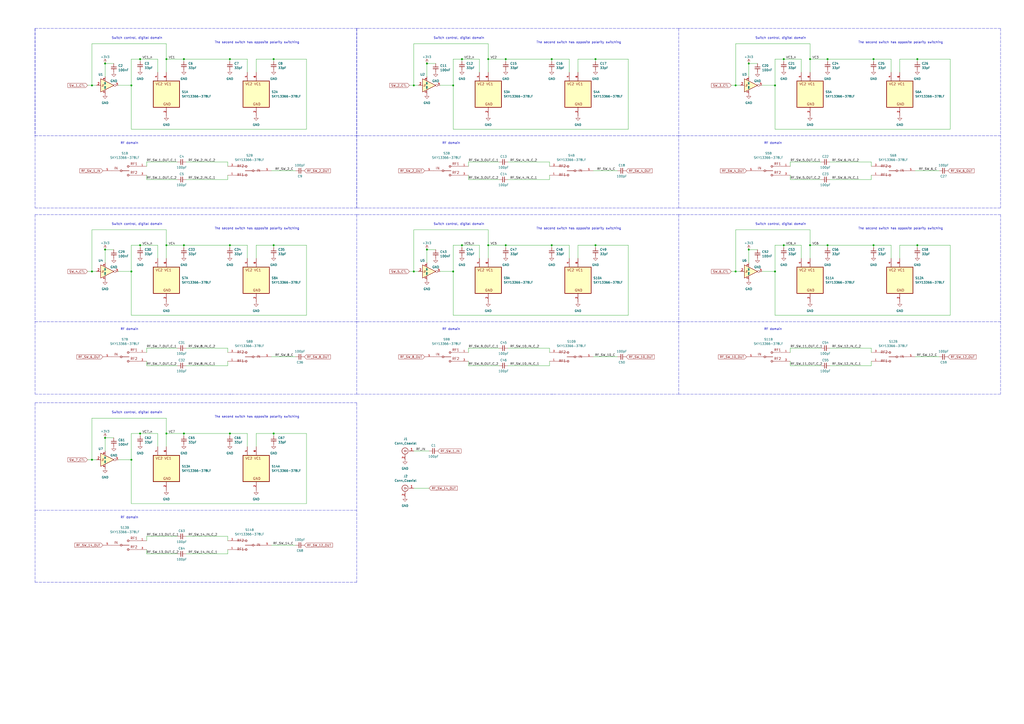
<source format=kicad_sch>
(kicad_sch (version 20211123) (generator eeschema)
  (paper "A2")
  (junction (at 454.66 142.24))
  (junction (at 506.73 142.24))
  (junction (at 434.34 36.83))
  (junction (at 426.72 157.48))
  (junction (at 262.89 49.53))
  (junction (at 247.65 144.78))
  (junction (at 532.13 142.24))
  (junction (at 158.75 34.29))
  (junction (at 158.75 142.24))
  (junction (at 345.44 142.24))
  (junction (at 469.9 34.29))
  (junction (at 53.34 49.53))
  (junction (at 262.89 157.48))
  (junction (at 133.35 251.46))
  (junction (at 449.58 49.53))
  (junction (at 293.37 142.24))
  (junction (at 81.28 142.24))
  (junction (at 506.73 34.29))
  (junction (at 283.21 142.24))
  (junction (at 158.75 251.46))
  (junction (at 76.2 266.7))
  (junction (at 283.21 34.29))
  (junction (at 106.68 34.29))
  (junction (at 320.04 142.24))
  (junction (at 60.96 36.83))
  (junction (at 81.28 34.29))
  (junction (at 76.2 157.48))
  (junction (at 53.34 157.48))
  (junction (at 449.58 157.48))
  (junction (at 106.68 142.24))
  (junction (at 480.06 34.29))
  (junction (at 532.13 34.29))
  (junction (at 320.04 34.29))
  (junction (at 247.65 36.83))
  (junction (at 240.03 157.48))
  (junction (at 434.34 144.78))
  (junction (at 106.68 251.46))
  (junction (at 293.37 34.29))
  (junction (at 267.97 34.29))
  (junction (at 60.96 254))
  (junction (at 267.97 142.24))
  (junction (at 469.9 142.24))
  (junction (at 96.52 251.46))
  (junction (at 345.44 34.29))
  (junction (at 60.96 144.78))
  (junction (at 81.28 251.46))
  (junction (at 240.03 49.53))
  (junction (at 454.66 34.29))
  (junction (at 96.52 34.29))
  (junction (at 53.34 266.7))
  (junction (at 133.35 142.24))
  (junction (at 426.72 49.53))
  (junction (at 76.2 49.53))
  (junction (at 133.35 34.29))
  (junction (at 480.06 142.24))
  (junction (at 96.52 142.24))
  (wire (pts (xy 480.06 142.24) (xy 506.73 142.24)))
  (polyline (pts (xy 393.7 228.6) (xy 508 228.6)))
  (wire (pts (xy 76.2 251.46) (xy 76.2 266.7)))
  (polyline (pts (xy 20.32 228.6) (xy 134.62 228.6)))
  (wire (pts (xy 158.75 251.46) (xy 158.75 252.73)))
  (wire (pts (xy 516.89 41.91) (xy 516.89 34.29)))
  (wire (pts (xy 345.44 34.29) (xy 345.44 35.56)))
  (wire (pts (xy 143.51 259.08) (xy 143.51 251.46)))
  (polyline (pts (xy 207.01 233.68) (xy 207.01 337.82)))
  (wire (pts (xy 96.52 251.46) (xy 106.68 251.46)))
  (wire (pts (xy 481.33 93.98) (xy 505.46 93.98)))
  (wire (pts (xy 505.46 104.14) (xy 505.46 101.6)))
  (wire (pts (xy 85.09 96.52) (xy 85.09 93.98)))
  (wire (pts (xy 240.03 157.48) (xy 242.57 157.48)))
  (wire (pts (xy 458.47 96.52) (xy 458.47 93.98)))
  (wire (pts (xy 177.8 251.46) (xy 158.75 251.46)))
  (polyline (pts (xy 207.01 337.82) (xy 133.35 337.82)))
  (wire (pts (xy 330.2 142.24) (xy 320.04 142.24)))
  (wire (pts (xy 81.28 251.46) (xy 76.2 251.46)))
  (wire (pts (xy 177.8 34.29) (xy 158.75 34.29)))
  (wire (pts (xy 50.8 49.53) (xy 53.34 49.53)))
  (wire (pts (xy 132.08 321.31) (xy 132.08 318.77)))
  (polyline (pts (xy 393.7 16.51) (xy 393.7 120.65)))
  (polyline (pts (xy 20.32 16.51) (xy 20.32 120.65)))
  (wire (pts (xy 96.52 242.57) (xy 96.52 251.46)))
  (wire (pts (xy 85.09 212.09) (xy 102.87 212.09)))
  (wire (pts (xy 85.09 201.93) (xy 102.87 201.93)))
  (wire (pts (xy 458.47 201.93) (xy 476.25 201.93)))
  (wire (pts (xy 158.75 34.29) (xy 158.75 35.56)))
  (wire (pts (xy 262.89 182.88) (xy 364.49 182.88)))
  (wire (pts (xy 516.89 34.29) (xy 506.73 34.29)))
  (wire (pts (xy 318.77 93.98) (xy 318.77 96.52)))
  (wire (pts (xy 81.28 142.24) (xy 81.28 143.51)))
  (wire (pts (xy 76.2 74.93) (xy 177.8 74.93)))
  (wire (pts (xy 81.28 142.24) (xy 76.2 142.24)))
  (wire (pts (xy 335.28 142.24) (xy 345.44 142.24)))
  (wire (pts (xy 237.49 157.48) (xy 240.03 157.48)))
  (wire (pts (xy 76.2 292.1) (xy 177.8 292.1)))
  (wire (pts (xy 158.75 142.24) (xy 158.75 143.51)))
  (wire (pts (xy 330.2 34.29) (xy 320.04 34.29)))
  (wire (pts (xy 53.34 133.35) (xy 96.52 133.35)))
  (wire (pts (xy 85.09 318.77) (xy 85.09 321.31)))
  (wire (pts (xy 106.68 251.46) (xy 106.68 252.73)))
  (wire (pts (xy 53.34 157.48) (xy 53.34 133.35)))
  (wire (pts (xy 143.51 149.86) (xy 143.51 142.24)))
  (wire (pts (xy 551.18 182.88) (xy 551.18 142.24)))
  (polyline (pts (xy 207.01 186.69) (xy 393.7 186.69)))
  (wire (pts (xy 106.68 142.24) (xy 106.68 143.51)))
  (wire (pts (xy 434.34 36.83) (xy 434.34 44.45)))
  (wire (pts (xy 262.89 157.48) (xy 255.27 157.48)))
  (polyline (pts (xy 393.7 124.46) (xy 580.39 124.46)))
  (wire (pts (xy 267.97 142.24) (xy 262.89 142.24)))
  (polyline (pts (xy 20.32 16.51) (xy 20.32 78.74)))
  (wire (pts (xy 364.49 34.29) (xy 345.44 34.29)))
  (wire (pts (xy 335.28 41.91) (xy 335.28 34.29)))
  (wire (pts (xy 464.82 149.86) (xy 464.82 142.24)))
  (wire (pts (xy 271.78 104.14) (xy 289.56 104.14)))
  (wire (pts (xy 449.58 157.48) (xy 449.58 182.88)))
  (wire (pts (xy 148.59 41.91) (xy 148.59 34.29)))
  (wire (pts (xy 143.51 251.46) (xy 133.35 251.46)))
  (wire (pts (xy 53.34 266.7) (xy 55.88 266.7)))
  (wire (pts (xy 293.37 34.29) (xy 293.37 35.56)))
  (wire (pts (xy 53.34 157.48) (xy 55.88 157.48)))
  (polyline (pts (xy 20.32 295.91) (xy 207.01 295.91)))
  (wire (pts (xy 521.97 142.24) (xy 532.13 142.24)))
  (wire (pts (xy 143.51 34.29) (xy 133.35 34.29)))
  (polyline (pts (xy 207.01 228.6) (xy 321.31 228.6)))
  (wire (pts (xy 60.96 144.78) (xy 66.04 144.78)))
  (wire (pts (xy 247.65 144.78) (xy 247.65 152.4)))
  (wire (pts (xy 60.96 36.83) (xy 60.96 44.45)))
  (polyline (pts (xy 207.01 16.51) (xy 207.01 120.65)))
  (wire (pts (xy 148.59 142.24) (xy 158.75 142.24)))
  (wire (pts (xy 551.18 34.29) (xy 532.13 34.29)))
  (wire (pts (xy 480.06 34.29) (xy 506.73 34.29)))
  (wire (pts (xy 294.64 201.93) (xy 318.77 201.93)))
  (wire (pts (xy 53.34 266.7) (xy 53.34 242.57)))
  (polyline (pts (xy 207.01 78.74) (xy 393.7 78.74)))
  (wire (pts (xy 60.96 254) (xy 66.04 254)))
  (wire (pts (xy 458.47 101.6) (xy 458.47 104.14)))
  (wire (pts (xy 106.68 142.24) (xy 133.35 142.24)))
  (wire (pts (xy 262.89 157.48) (xy 262.89 182.88)))
  (wire (pts (xy 96.52 34.29) (xy 106.68 34.29)))
  (wire (pts (xy 76.2 266.7) (xy 68.58 266.7)))
  (wire (pts (xy 81.28 34.29) (xy 81.28 35.56)))
  (wire (pts (xy 271.78 96.52) (xy 271.78 93.98)))
  (wire (pts (xy 335.28 34.29) (xy 345.44 34.29)))
  (wire (pts (xy 449.58 49.53) (xy 441.96 49.53)))
  (wire (pts (xy 364.49 74.93) (xy 364.49 34.29)))
  (polyline (pts (xy 20.32 78.74) (xy 207.01 78.74)))
  (wire (pts (xy 157.48 207.01) (xy 171.45 207.01)))
  (wire (pts (xy 76.2 157.48) (xy 68.58 157.48)))
  (wire (pts (xy 133.35 34.29) (xy 133.35 35.56)))
  (wire (pts (xy 267.97 34.29) (xy 267.97 35.56)))
  (wire (pts (xy 240.03 49.53) (xy 242.57 49.53)))
  (wire (pts (xy 426.72 157.48) (xy 429.26 157.48)))
  (wire (pts (xy 177.8 182.88) (xy 177.8 142.24)))
  (wire (pts (xy 106.68 34.29) (xy 106.68 35.56)))
  (wire (pts (xy 294.64 104.14) (xy 318.77 104.14)))
  (wire (pts (xy 271.78 101.6) (xy 271.78 104.14)))
  (wire (pts (xy 449.58 182.88) (xy 551.18 182.88)))
  (wire (pts (xy 96.52 41.91) (xy 96.52 34.29)))
  (wire (pts (xy 240.03 157.48) (xy 240.03 133.35)))
  (wire (pts (xy 318.77 212.09) (xy 318.77 209.55)))
  (wire (pts (xy 76.2 157.48) (xy 76.2 182.88)))
  (wire (pts (xy 107.95 212.09) (xy 132.08 212.09)))
  (wire (pts (xy 424.18 157.48) (xy 426.72 157.48)))
  (wire (pts (xy 345.44 142.24) (xy 345.44 143.51)))
  (wire (pts (xy 85.09 313.69) (xy 85.09 311.15)))
  (wire (pts (xy 278.13 142.24) (xy 267.97 142.24)))
  (wire (pts (xy 480.06 142.24) (xy 480.06 143.51)))
  (wire (pts (xy 434.34 144.78) (xy 439.42 144.78)))
  (polyline (pts (xy 20.32 124.46) (xy 207.01 124.46)))
  (wire (pts (xy 330.2 41.91) (xy 330.2 34.29)))
  (wire (pts (xy 469.9 142.24) (xy 480.06 142.24)))
  (wire (pts (xy 464.82 41.91) (xy 464.82 34.29)))
  (wire (pts (xy 91.44 142.24) (xy 81.28 142.24)))
  (wire (pts (xy 283.21 142.24) (xy 293.37 142.24)))
  (wire (pts (xy 96.52 25.4) (xy 96.52 34.29)))
  (wire (pts (xy 364.49 182.88) (xy 364.49 142.24)))
  (polyline (pts (xy 207.01 124.46) (xy 207.01 228.6)))
  (wire (pts (xy 454.66 142.24) (xy 454.66 143.51)))
  (wire (pts (xy 464.82 34.29) (xy 454.66 34.29)))
  (wire (pts (xy 247.65 36.83) (xy 252.73 36.83)))
  (wire (pts (xy 96.52 149.86) (xy 96.52 142.24)))
  (wire (pts (xy 458.47 209.55) (xy 458.47 212.09)))
  (wire (pts (xy 426.72 25.4) (xy 469.9 25.4)))
  (wire (pts (xy 53.34 49.53) (xy 53.34 25.4)))
  (polyline (pts (xy 580.39 16.51) (xy 580.39 120.65)))
  (polyline (pts (xy 580.39 124.46) (xy 580.39 228.6)))
  (wire (pts (xy 505.46 201.93) (xy 505.46 204.47)))
  (wire (pts (xy 271.78 209.55) (xy 271.78 212.09)))
  (wire (pts (xy 240.03 283.21) (xy 248.92 283.21)))
  (wire (pts (xy 91.44 41.91) (xy 91.44 34.29)))
  (wire (pts (xy 262.89 74.93) (xy 364.49 74.93)))
  (wire (pts (xy 107.95 104.14) (xy 132.08 104.14)))
  (wire (pts (xy 85.09 104.14) (xy 102.87 104.14)))
  (wire (pts (xy 91.44 34.29) (xy 81.28 34.29)))
  (wire (pts (xy 91.44 149.86) (xy 91.44 142.24)))
  (wire (pts (xy 516.89 142.24) (xy 506.73 142.24)))
  (wire (pts (xy 458.47 212.09) (xy 476.25 212.09)))
  (wire (pts (xy 505.46 212.09) (xy 505.46 209.55)))
  (polyline (pts (xy 20.32 124.46) (xy 20.32 228.6)))
  (wire (pts (xy 449.58 74.93) (xy 551.18 74.93)))
  (wire (pts (xy 532.13 142.24) (xy 532.13 143.51)))
  (wire (pts (xy 267.97 142.24) (xy 267.97 143.51)))
  (polyline (pts (xy 20.32 120.65) (xy 134.62 120.65)))
  (wire (pts (xy 177.8 74.93) (xy 177.8 34.29)))
  (wire (pts (xy 271.78 201.93) (xy 289.56 201.93)))
  (polyline (pts (xy 580.39 228.6) (xy 506.73 228.6)))
  (wire (pts (xy 283.21 25.4) (xy 283.21 34.29)))
  (wire (pts (xy 76.2 182.88) (xy 177.8 182.88)))
  (wire (pts (xy 148.59 149.86) (xy 148.59 142.24)))
  (wire (pts (xy 330.2 149.86) (xy 330.2 142.24)))
  (wire (pts (xy 293.37 142.24) (xy 320.04 142.24)))
  (wire (pts (xy 469.9 41.91) (xy 469.9 34.29)))
  (wire (pts (xy 516.89 149.86) (xy 516.89 142.24)))
  (wire (pts (xy 50.8 266.7) (xy 53.34 266.7)))
  (wire (pts (xy 107.95 201.93) (xy 132.08 201.93)))
  (polyline (pts (xy 207.01 120.65) (xy 321.31 120.65)))
  (wire (pts (xy 469.9 133.35) (xy 469.9 142.24)))
  (wire (pts (xy 293.37 142.24) (xy 293.37 143.51)))
  (wire (pts (xy 157.48 99.06) (xy 171.45 99.06)))
  (wire (pts (xy 91.44 259.08) (xy 91.44 251.46)))
  (wire (pts (xy 551.18 142.24) (xy 532.13 142.24)))
  (wire (pts (xy 271.78 93.98) (xy 289.56 93.98)))
  (wire (pts (xy 506.73 142.24) (xy 506.73 143.51)))
  (wire (pts (xy 530.86 207.01) (xy 544.83 207.01)))
  (wire (pts (xy 318.77 201.93) (xy 318.77 204.47)))
  (wire (pts (xy 96.52 259.08) (xy 96.52 251.46)))
  (wire (pts (xy 283.21 34.29) (xy 293.37 34.29)))
  (wire (pts (xy 157.48 316.23) (xy 171.45 316.23)))
  (wire (pts (xy 262.89 49.53) (xy 262.89 74.93)))
  (wire (pts (xy 85.09 209.55) (xy 85.09 212.09)))
  (wire (pts (xy 320.04 142.24) (xy 320.04 143.51)))
  (wire (pts (xy 132.08 212.09) (xy 132.08 209.55)))
  (wire (pts (xy 454.66 142.24) (xy 449.58 142.24)))
  (polyline (pts (xy 580.39 120.65) (xy 506.73 120.65)))
  (wire (pts (xy 434.34 36.83) (xy 439.42 36.83)))
  (wire (pts (xy 96.52 133.35) (xy 96.52 142.24)))
  (wire (pts (xy 76.2 142.24) (xy 76.2 157.48)))
  (wire (pts (xy 469.9 34.29) (xy 480.06 34.29)))
  (wire (pts (xy 85.09 101.6) (xy 85.09 104.14)))
  (wire (pts (xy 177.8 292.1) (xy 177.8 251.46)))
  (polyline (pts (xy 207.01 120.65) (xy 133.35 120.65)))
  (wire (pts (xy 132.08 311.15) (xy 132.08 313.69)))
  (wire (pts (xy 132.08 93.98) (xy 132.08 96.52)))
  (wire (pts (xy 521.97 41.91) (xy 521.97 34.29)))
  (polyline (pts (xy 393.7 124.46) (xy 393.7 228.6)))
  (wire (pts (xy 85.09 321.31) (xy 102.87 321.31)))
  (wire (pts (xy 278.13 34.29) (xy 267.97 34.29)))
  (wire (pts (xy 426.72 133.35) (xy 469.9 133.35)))
  (wire (pts (xy 434.34 144.78) (xy 434.34 152.4)))
  (polyline (pts (xy 20.32 233.68) (xy 207.01 233.68)))
  (wire (pts (xy 240.03 49.53) (xy 240.03 25.4)))
  (wire (pts (xy 143.51 41.91) (xy 143.51 34.29)))
  (wire (pts (xy 294.64 93.98) (xy 318.77 93.98)))
  (wire (pts (xy 480.06 34.29) (xy 480.06 35.56)))
  (wire (pts (xy 530.86 99.06) (xy 544.83 99.06)))
  (wire (pts (xy 271.78 212.09) (xy 289.56 212.09)))
  (wire (pts (xy 60.96 36.83) (xy 66.04 36.83)))
  (wire (pts (xy 293.37 34.29) (xy 320.04 34.29)))
  (polyline (pts (xy 20.32 233.68) (xy 20.32 337.82)))
  (polyline (pts (xy 207.01 16.51) (xy 207.01 78.74)))
  (polyline (pts (xy 393.7 16.51) (xy 580.39 16.51)))
  (wire (pts (xy 481.33 212.09) (xy 505.46 212.09)))
  (wire (pts (xy 267.97 34.29) (xy 262.89 34.29)))
  (wire (pts (xy 148.59 34.29) (xy 158.75 34.29)))
  (wire (pts (xy 506.73 34.29) (xy 506.73 35.56)))
  (wire (pts (xy 335.28 149.86) (xy 335.28 142.24)))
  (wire (pts (xy 148.59 259.08) (xy 148.59 251.46)))
  (polyline (pts (xy 207.01 16.51) (xy 207.01 120.65)))
  (wire (pts (xy 53.34 49.53) (xy 55.88 49.53)))
  (wire (pts (xy 50.8 157.48) (xy 53.34 157.48)))
  (wire (pts (xy 344.17 99.06) (xy 358.14 99.06)))
  (wire (pts (xy 91.44 251.46) (xy 81.28 251.46)))
  (wire (pts (xy 81.28 34.29) (xy 76.2 34.29)))
  (wire (pts (xy 76.2 266.7) (xy 76.2 292.1)))
  (wire (pts (xy 271.78 204.47) (xy 271.78 201.93)))
  (wire (pts (xy 449.58 157.48) (xy 441.96 157.48)))
  (wire (pts (xy 133.35 142.24) (xy 133.35 143.51)))
  (wire (pts (xy 76.2 34.29) (xy 76.2 49.53)))
  (wire (pts (xy 143.51 142.24) (xy 133.35 142.24)))
  (wire (pts (xy 237.49 49.53) (xy 240.03 49.53)))
  (polyline (pts (xy 393.7 120.65) (xy 508 120.65)))
  (wire (pts (xy 53.34 25.4) (xy 96.52 25.4)))
  (wire (pts (xy 318.77 104.14) (xy 318.77 101.6)))
  (wire (pts (xy 551.18 74.93) (xy 551.18 34.29)))
  (polyline (pts (xy 207.01 124.46) (xy 393.7 124.46)))
  (wire (pts (xy 76.2 49.53) (xy 68.58 49.53)))
  (wire (pts (xy 240.03 25.4) (xy 283.21 25.4)))
  (wire (pts (xy 426.72 157.48) (xy 426.72 133.35)))
  (wire (pts (xy 320.04 34.29) (xy 320.04 35.56)))
  (wire (pts (xy 262.89 34.29) (xy 262.89 49.53)))
  (wire (pts (xy 85.09 93.98) (xy 102.87 93.98)))
  (wire (pts (xy 454.66 34.29) (xy 449.58 34.29)))
  (wire (pts (xy 458.47 204.47) (xy 458.47 201.93)))
  (polyline (pts (xy 20.32 186.69) (xy 207.01 186.69)))
  (wire (pts (xy 283.21 41.91) (xy 283.21 34.29)))
  (polyline (pts (xy 393.7 186.69) (xy 580.39 186.69)))
  (wire (pts (xy 85.09 311.15) (xy 102.87 311.15)))
  (wire (pts (xy 132.08 104.14) (xy 132.08 101.6)))
  (wire (pts (xy 107.95 311.15) (xy 132.08 311.15)))
  (wire (pts (xy 521.97 34.29) (xy 532.13 34.29)))
  (wire (pts (xy 458.47 93.98) (xy 476.25 93.98)))
  (wire (pts (xy 454.66 34.29) (xy 454.66 35.56)))
  (wire (pts (xy 81.28 251.46) (xy 81.28 252.73)))
  (wire (pts (xy 469.9 25.4) (xy 469.9 34.29)))
  (polyline (pts (xy 393.7 78.74) (xy 580.39 78.74)))
  (wire (pts (xy 469.9 149.86) (xy 469.9 142.24)))
  (wire (pts (xy 481.33 104.14) (xy 505.46 104.14)))
  (wire (pts (xy 106.68 34.29) (xy 133.35 34.29)))
  (wire (pts (xy 505.46 93.98) (xy 505.46 96.52)))
  (polyline (pts (xy 20.32 337.82) (xy 134.62 337.82)))
  (wire (pts (xy 481.33 201.93) (xy 505.46 201.93)))
  (wire (pts (xy 106.68 251.46) (xy 133.35 251.46)))
  (wire (pts (xy 464.82 142.24) (xy 454.66 142.24)))
  (wire (pts (xy 60.96 144.78) (xy 60.96 152.4)))
  (polyline (pts (xy 207.01 16.51) (xy 393.7 16.51)))
  (wire (pts (xy 133.35 251.46) (xy 133.35 252.73)))
  (wire (pts (xy 283.21 149.86) (xy 283.21 142.24)))
  (wire (pts (xy 247.65 36.83) (xy 247.65 44.45)))
  (wire (pts (xy 240.03 261.62) (xy 248.92 261.62)))
  (wire (pts (xy 96.52 142.24) (xy 106.68 142.24)))
  (wire (pts (xy 240.03 133.35) (xy 283.21 133.35)))
  (wire (pts (xy 247.65 144.78) (xy 252.73 144.78)))
  (wire (pts (xy 424.18 49.53) (xy 426.72 49.53)))
  (wire (pts (xy 76.2 49.53) (xy 76.2 74.93)))
  (wire (pts (xy 278.13 41.91) (xy 278.13 34.29)))
  (wire (pts (xy 532.13 34.29) (xy 532.13 35.56)))
  (polyline (pts (xy 20.32 16.51) (xy 207.01 16.51)))
  (wire (pts (xy 107.95 321.31) (xy 132.08 321.31)))
  (wire (pts (xy 262.89 49.53) (xy 255.27 49.53)))
  (wire (pts (xy 294.64 212.09) (xy 318.77 212.09)))
  (wire (pts (xy 521.97 149.86) (xy 521.97 142.24)))
  (wire (pts (xy 85.09 204.47) (xy 85.09 201.93)))
  (wire (pts (xy 426.72 49.53) (xy 426.72 25.4)))
  (wire (pts (xy 449.58 34.29) (xy 449.58 49.53)))
  (polyline (pts (xy 393.7 228.6) (xy 320.04 228.6)))
  (polyline (pts (xy 393.7 120.65) (xy 320.04 120.65)))
  (wire (pts (xy 458.47 104.14) (xy 476.25 104.14)))
  (wire (pts (xy 148.59 251.46) (xy 158.75 251.46)))
  (wire (pts (xy 364.49 142.24) (xy 345.44 142.24)))
  (wire (pts (xy 53.34 242.57) (xy 96.52 242.57)))
  (wire (pts (xy 283.21 133.35) (xy 283.21 142.24)))
  (wire (pts (xy 262.89 142.24) (xy 262.89 157.48)))
  (wire (pts (xy 177.8 142.24) (xy 158.75 142.24)))
  (wire (pts (xy 60.96 254) (xy 60.96 261.62)))
  (wire (pts (xy 132.08 201.93) (xy 132.08 204.47)))
  (wire (pts (xy 107.95 93.98) (xy 132.08 93.98)))
  (wire (pts (xy 449.58 142.24) (xy 449.58 157.48)))
  (wire (pts (xy 344.17 207.01) (xy 358.14 207.01)))
  (polyline (pts (xy 207.01 228.6) (xy 133.35 228.6)))
  (wire (pts (xy 449.58 49.53) (xy 449.58 74.93)))
  (wire (pts (xy 426.72 49.53) (xy 429.26 49.53)))
  (wire (pts (xy 278.13 149.86) (xy 278.13 142.24)))
  (text "The second switch has opposite polarity switching" (at 497.84 25.4 0) (effects (font (size 1.27 1.27)) (justify left bottom)))
  (text "The second switch has opposite polarity switching" (at 124.46 25.4 0) (effects (font (size 1.27 1.27)) (justify left bottom)))
  (text "The second switch has opposite polarity switching" (at 497.84 133.35 0) (effects (font (size 1.27 1.27)) (justify left bottom)))
  (text "Switch control, digital domain" (at 438.15 130.81 0) (effects (font (size 1.27 1.27)) (justify left bottom)))
  (text "Switch control, digital domain" (at 251.46 22.86 0) (effects (font (size 1.27 1.27)) (justify left bottom)))
  (text "Switch control, digital domain" (at 251.46 130.81 0) (effects (font (size 1.27 1.27)) (justify left bottom)))
  (text "RF domain" (at 443.23 191.77 0) (effects (font (size 1.27 1.27)) (justify left bottom)))
  (text "The second switch has opposite polarity switching" (at 124.46 133.35 0) (effects (font (size 1.27 1.27)) (justify left bottom)))
  (text "RF domain" (at 256.54 83.82 0) (effects (font (size 1.27 1.27)) (justify left bottom)))
  (text "Switch control, digital domain" (at 64.77 22.86 0) (effects (font (size 1.27 1.27)) (justify left bottom)))
  (text "Switch control, digital domain" (at 64.77 130.81 0) (effects (font (size 1.27 1.27)) (justify left bottom)))
  (text "RF domain" (at 443.23 83.82 0) (effects (font (size 1.27 1.27)) (justify left bottom)))
  (text "RF domain" (at 256.54 191.77 0) (effects (font (size 1.27 1.27)) (justify left bottom)))
  (text "Switch control, digital domain" (at 64.77 240.03 0) (effects (font (size 1.27 1.27)) (justify left bottom)))
  (text "Switch control, digital domain" (at 438.15 22.86 0) (effects (font (size 1.27 1.27)) (justify left bottom)))
  (text "RF domain" (at 69.85 300.99 0) (effects (font (size 1.27 1.27)) (justify left bottom)))
  (text "The second switch has opposite polarity switching" (at 124.46 242.57 0) (effects (font (size 1.27 1.27)) (justify left bottom)))
  (text "The second switch has opposite polarity switching" (at 311.15 25.4 0) (effects (font (size 1.27 1.27)) (justify left bottom)))
  (text "RF domain" (at 69.85 83.82 0) (effects (font (size 1.27 1.27)) (justify left bottom)))
  (text "RF domain" (at 69.85 191.77 0) (effects (font (size 1.27 1.27)) (justify left bottom)))
  (text "The second switch has opposite polarity switching" (at 311.15 133.35 0) (effects (font (size 1.27 1.27)) (justify left bottom)))
  (label "VC6" (at 471.17 142.24 0))
  (label "RF_SW_8_IN_C_2" (at 109.22 201.93 0))
  (label "RF_SW_14_IN_C_2" (at 109.22 311.15 0))
  (label "VC4" (at 97.79 142.24 0))
  (label "VC3" (at 471.17 34.29 0))
  (label "RF_SW_5_OUT_C_2" (at 458.47 104.14 0))
  (label "RF_SW_7_OUT_C_1" (at 85.09 201.93 0))
  (label "RF_SW_14_IN_C_1" (at 109.22 321.31 0))
  (label "RF_SW_6_IN_C_1" (at 482.6 104.14 0))
  (label "RF_IN" (at 241.3 261.62 0))
  (label "RF_SW_1_OUT_C_1" (at 85.09 93.98 0))
  (label "VC7" (at 97.79 251.46 0))
  (label "RF_SW_12_C" (at 543.56 207.01 180))
  (label "VC1" (at 97.79 34.29 0))
  (label "RF_SW_3_OUT_C_2" (at 271.78 104.14 0))
  (label "RF_SW_2_C" (at 170.18 99.06 180))
  (label "VC5_n" (at 269.24 142.24 0))
  (label "RF_SW_13_OUT_C_2" (at 85.09 321.31 0))
  (label "RF_SW_6_IN_C_2" (at 482.6 93.98 0))
  (label "RF_SW_11_OUT_C_2" (at 458.47 212.09 0))
  (label "VC6_n" (at 455.93 142.24 0))
  (label "RF_SW_3_OUT_C_1" (at 271.78 93.98 0))
  (label "RF_SW_9_OUT_C_2" (at 271.78 212.09 0))
  (label "RF_SW_4_C" (at 356.87 99.06 180))
  (label "RF_SW_9_OUT_C_1" (at 271.78 201.93 0))
  (label "RF_SW_12_IN_C_2" (at 482.6 201.93 0))
  (label "RF_SW_14_C" (at 170.18 316.23 180))
  (label "VC3_n" (at 455.93 34.29 0))
  (label "RF_SW_1_OUT_C_2" (at 85.09 104.14 0))
  (label "RF_SW_5_OUT_C_1" (at 458.47 93.98 0))
  (label "RF_SW_6_C" (at 543.56 99.06 180))
  (label "RF_SW_10_C" (at 356.87 207.01 180))
  (label "RF_SW_12_IN_C_1" (at 482.6 212.09 0))
  (label "RF_SW_11_OUT_C_1" (at 458.47 201.93 0))
  (label "RF_SW_13_OUT_C_1" (at 85.09 311.15 0))
  (label "VC5" (at 284.48 142.24 0))
  (label "RF_SW_10_IN_C_2" (at 295.91 201.93 0))
  (label "RF_SW_2_IN_C_1" (at 109.22 104.14 0))
  (label "RF_SW_10_IN_C_1" (at 295.91 212.09 0))
  (label "VC2_n" (at 269.24 34.29 0))
  (label "VC1_n" (at 82.55 34.29 0))
  (label "VC4_n" (at 82.55 142.24 0))
  (label "RF_SW_4_IN_C_2" (at 295.91 93.98 0))
  (label "RF_SW_2_IN_C_2" (at 109.22 93.98 0))
  (label "VC7_n" (at 82.55 251.46 0))
  (label "VC2" (at 284.48 34.29 0))
  (label "RF_SW_4_IN_C_1" (at 295.91 104.14 0))
  (label "RF_SW_8_C" (at 170.18 207.01 180))
  (label "RF_SW_8_IN_C_1" (at 109.22 212.09 0))
  (label "RF_SW_7_OUT_C_2" (at 85.09 212.09 0))
  (global_label "RF_SW_10_OUT" (shape input) (at 433.07 207.01 180) (property "Intersheet References" "${INTERSHEET_REFS}" (effects hide)))
  (global_label "RF_SW_1_IN" (shape input) (at 254 261.62 0) (property "Intersheet References" "${INTERSHEET_REFS}" (effects hide)))
  (global_label "RF_SW_2_OUT" (shape input) (at 176.53 99.06 0) (property "Intersheet References" "${INTERSHEET_REFS}" (effects hide)))
  (global_label "RF_SW_4_OUT" (shape input) (at 433.07 99.06 180) (property "Intersheet References" "${INTERSHEET_REFS}" (effects hide)))
  (global_label "SW_6_CTL" (shape input) (at 424.18 157.48 180) (property "Intersheet References" "${INTERSHEET_REFS}" (effects hide)))
  (global_label "RF_SW_4_OUT" (shape input) (at 363.22 99.06 0) (property "Intersheet References" "${INTERSHEET_REFS}" (effects hide)))
  (global_label "RF_SW_8_OUT" (shape input) (at 246.38 207.01 180) (property "Intersheet References" "${INTERSHEET_REFS}" (effects hide)))
  (global_label "SW_5_CTL" (shape input) (at 237.49 157.48 180) (property "Intersheet References" "${INTERSHEET_REFS}" (effects hide)))
  (global_label "RF_SW_12_OUT" (shape input) (at 176.53 316.23 0) (property "Intersheet References" "${INTERSHEET_REFS}" (effects hide)))
  (global_label "SW_7_CTL" (shape input) (at 50.8 266.7 180) (property "Intersheet References" "${INTERSHEET_REFS}" (effects hide)))
  (global_label "RF_SW_14_OUT" (shape input) (at 59.69 316.23 180) (property "Intersheet References" "${INTERSHEET_REFS}" (effects hide)))
  (global_label "RF_SW_2_OUT" (shape input) (at 246.38 99.06 180) (property "Intersheet References" "${INTERSHEET_REFS}" (effects hide)))
  (global_label "SW_4_CTL" (shape input) (at 50.8 157.48 180) (property "Intersheet References" "${INTERSHEET_REFS}" (effects hide)))
  (global_label "SW_1_CTL" (shape input) (at 50.8 49.53 180) (property "Intersheet References" "${INTERSHEET_REFS}" (effects hide)))
  (global_label "RF_SW_6_OUT" (shape input) (at 549.91 99.06 0) (property "Intersheet References" "${INTERSHEET_REFS}" (effects hide)))
  (global_label "RF_SW_1_IN" (shape input) (at 59.69 99.06 180) (property "Intersheet References" "${INTERSHEET_REFS}" (effects hide)))
  (global_label "SW_2_CTL" (shape input) (at 237.49 49.53 180) (property "Intersheet References" "${INTERSHEET_REFS}" (effects hide)))
  (global_label "RF_SW_12_OUT" (shape input) (at 549.91 207.01 0) (property "Intersheet References" "${INTERSHEET_REFS}" (effects hide)))
  (global_label "RF_SW_10_OUT" (shape input) (at 363.22 207.01 0) (property "Intersheet References" "${INTERSHEET_REFS}" (effects hide)))
  (global_label "RF_SW_14_OUT" (shape input) (at 248.92 283.21 0) (property "Intersheet References" "${INTERSHEET_REFS}" (effects hide)))
  (global_label "RF_SW_6_OUT" (shape input) (at 59.69 207.01 180) (property "Intersheet References" "${INTERSHEET_REFS}" (effects hide)))
  (global_label "SW_3_CTL" (shape input) (at 424.18 49.53 180) (property "Intersheet References" "${INTERSHEET_REFS}" (effects hide)))
  (global_label "RF_SW_8_OUT" (shape input) (at 176.53 207.01 0) (property "Intersheet References" "${INTERSHEET_REFS}" (effects hide)))
  (symbol (lib_id "power:GND") (at 439.42 149.86 0) (unit 1)
    (property "Reference" "#PWR0166" (effects hide))
    (property "Value" "GND" (at 439.42 154.94 0))
  )
  (symbol (lib_id "power:GND") (at 521.97 67.31 0) (unit 1)
    (property "Reference" "#PWR0125" (effects hide))
    (property "Value" "GND" (at 521.97 72.39 0))
  )
  (symbol (lib_id "SKY13351-378LF:SKY13351-378LF") (at 72.39 99.06 0) (unit 2)
    (property "Reference" "S1" (at 72.39 88.9 0))
    (property "Value" "SKY13366-378LF" (at 72.39 91.44 0))
    (property "Footprint" "SKY13351-378LF:QFN6-LF" (effects hide))
    (property "MF" "Skyworks Solutions" (effects hide))
    (property "Description" "\nRF Switch IC 802.11/WiFi, WLAN SPDT 6 GHz 50Ohm 6-MLPD (1x1)\n" (effects hide))
    (property "Package" "XFDFN-6 Skyworks Solutions" (effects hide))
    (property "Price" "None" (effects hide))
    (property "SnapEDA_Link" "https://www.snapeda.com/parts/SKY13351-378LF/Skyworks+Solutions+Inc./view-part/?ref=snap" (effects hide))
    (property "MP" "SKY13351-378LF" (effects hide))
    (property "Purchase-URL" "https://www.snapeda.com/api/url_track_click_mouser/?unipart_id=549170&manufacturer=Skyworks Solutions&part_name=SKY13351-378LF&search_term=None" (effects hide))
    (property "Availability" "In Stock" (effects hide))
    (property "Check_prices" "https://www.snapeda.com/parts/SKY13351-378LF/Skyworks+Solutions+Inc./view-part/?ref=eda" (effects hide))
  )
  (symbol (lib_id "Device:C_Small") (at 133.35 255.27 0) (unit 1)
    (property "Reference" "C66" (at 135.89 254.0062 0) (effects (justify left)))
    (property "Value" "33pF" (at 135.89 256.5462 0) (effects (justify left)))
    (property "Footprint" "Capacitor_SMD:C_0402_1005Metric" (effects hide))
  )
  (symbol (lib_id "power:+3V3") (at 247.65 144.78 0) (unit 1)
    (property "Reference" "#PWR0177" (effects hide))
    (property "Value" "+3V3" (at 247.65 140.97 0))
  )
  (symbol (lib_id "power:GND") (at 480.06 148.59 0) (unit 1)
    (property "Reference" "#PWR0180" (effects hide))
    (property "Value" "GND" (at 480.06 153.67 0))
  )
  (symbol (lib_id "power:GND") (at 158.75 40.64 0) (unit 1)
    (property "Reference" "#PWR0111" (effects hide))
    (property "Value" "GND" (at 158.75 45.72 0))
  )
  (symbol (lib_id "power:GND") (at 247.65 162.56 0) (unit 1)
    (property "Reference" "#PWR0174" (effects hide))
    (property "Value" "GND" (at 247.65 167.64 0))
  )
  (symbol (lib_id "Device:C_Small") (at 66.04 39.37 0) (unit 1)
    (property "Reference" "C2" (at 68.58 38.1062 0) (effects (justify left)))
    (property "Value" "100nF" (at 68.58 40.6462 0) (effects (justify left)))
    (property "Footprint" "Capacitor_SMD:C_0402_1005Metric" (effects hide))
  )
  (symbol (lib_id "Device:C_Small") (at 66.04 147.32 0) (unit 1)
    (property "Reference" "C29" (at 68.58 146.0562 0) (effects (justify left)))
    (property "Value" "100nF" (at 68.58 148.5962 0) (effects (justify left)))
    (property "Footprint" "Capacitor_SMD:C_0402_1005Metric" (effects hide))
  )
  (symbol (lib_id "Device:C_Small") (at 106.68 146.05 0) (unit 1)
    (property "Reference" "C33" (at 109.22 144.7862 0) (effects (justify left)))
    (property "Value" "33pF" (at 109.22 147.3262 0) (effects (justify left)))
    (property "Footprint" "Capacitor_SMD:C_0402_1005Metric" (effects hide))
  )
  (symbol (lib_id "SKY13351-378LF:SKY13351-378LF") (at 518.16 99.06 180) (unit 2)
    (property "Reference" "S6" (at 518.16 90.17 0))
    (property "Value" "SKY13366-378LF" (at 518.16 92.71 0))
    (property "Footprint" "SKY13351-378LF:QFN6-LF" (effects hide))
    (property "MF" "Skyworks Solutions" (effects hide))
    (property "Description" "\nRF Switch IC 802.11/WiFi, WLAN SPDT 6 GHz 50Ohm 6-MLPD (1x1)\n" (effects hide))
    (property "Package" "XFDFN-6 Skyworks Solutions" (effects hide))
    (property "Price" "None" (effects hide))
    (property "SnapEDA_Link" "https://www.snapeda.com/parts/SKY13351-378LF/Skyworks+Solutions+Inc./view-part/?ref=snap" (effects hide))
    (property "MP" "SKY13351-378LF" (effects hide))
    (property "Purchase-URL" "https://www.snapeda.com/api/url_track_click_mouser/?unipart_id=549170&manufacturer=Skyworks Solutions&part_name=SKY13351-378LF&search_term=None" (effects hide))
    (property "Availability" "In Stock" (effects hide))
    (property "Check_prices" "https://www.snapeda.com/parts/SKY13351-378LF/Skyworks+Solutions+Inc./view-part/?ref=eda" (effects hide))
  )
  (symbol (lib_id "power:GND") (at 320.04 40.64 0) (unit 1)
    (property "Reference" "#PWR0108" (effects hide))
    (property "Value" "GND" (at 320.04 45.72 0))
  )
  (symbol (lib_id "power:GND") (at 60.96 162.56 0) (unit 1)
    (property "Reference" "#PWR0137" (effects hide))
    (property "Value" "GND" (at 60.96 167.64 0))
  )
  (symbol (lib_id "Device:C_Small") (at 292.1 212.09 90) (unit 1)
    (property "Reference" "C46" (at 292.1 208.915 90))
    (property "Value" "100pF" (at 292.1 215.265 90))
    (property "Footprint" "Capacitor_SMD:C_0402_1005Metric" (effects hide))
  )
  (symbol (lib_id "power:GND") (at 148.59 175.26 0) (unit 1)
    (property "Reference" "#PWR0135" (effects hide))
    (property "Value" "GND" (at 148.59 180.34 0))
  )
  (symbol (lib_id "SKY13351-378LF:SKY13351-378LF") (at 331.47 207.01 180) (unit 2)
    (property "Reference" "S10" (at 331.47 198.12 0))
    (property "Value" "SKY13366-378LF" (at 331.47 200.66 0))
    (property "Footprint" "SKY13351-378LF:QFN6-LF" (effects hide))
    (property "MF" "Skyworks Solutions" (effects hide))
    (property "Description" "\nRF Switch IC 802.11/WiFi, WLAN SPDT 6 GHz 50Ohm 6-MLPD (1x1)\n" (effects hide))
    (property "Package" "XFDFN-6 Skyworks Solutions" (effects hide))
    (property "Price" "None" (effects hide))
    (property "SnapEDA_Link" "https://www.snapeda.com/parts/SKY13351-378LF/Skyworks+Solutions+Inc./view-part/?ref=snap" (effects hide))
    (property "MP" "SKY13351-378LF" (effects hide))
    (property "Purchase-URL" "https://www.snapeda.com/api/url_track_click_mouser/?unipart_id=549170&manufacturer=Skyworks Solutions&part_name=SKY13351-378LF&search_term=None" (effects hide))
    (property "Availability" "In Stock" (effects hide))
    (property "Check_prices" "https://www.snapeda.com/parts/SKY13351-378LF/Skyworks+Solutions+Inc./view-part/?ref=eda" (effects hide))
  )
  (symbol (lib_id "power:+3V3") (at 60.96 144.78 0) (unit 1)
    (property "Reference" "#PWR0129" (effects hide))
    (property "Value" "+3V3" (at 60.96 140.97 0))
  )
  (symbol (lib_id "SKY13351-378LF:SKY13351-378LF") (at 469.9 54.61 0) (unit 1)
    (property "Reference" "S5" (at 478.79 53.3399 0) (effects (justify left)))
    (property "Value" "SKY13366-378LF" (at 478.79 55.8799 0) (effects (justify left)))
    (property "Footprint" "SKY13351-378LF:QFN6-LF" (effects hide))
    (property "MF" "Skyworks Solutions" (effects hide))
    (property "Description" "\nRF Switch IC 802.11/WiFi, WLAN SPDT 6 GHz 50Ohm 6-MLPD (1x1)\n" (effects hide))
    (property "Package" "XFDFN-6 Skyworks Solutions" (effects hide))
    (property "Price" "None" (effects hide))
    (property "SnapEDA_Link" "https://www.snapeda.com/parts/SKY13351-378LF/Skyworks+Solutions+Inc./view-part/?ref=snap" (effects hide))
    (property "MP" "SKY13351-378LF" (effects hide))
    (property "Purchase-URL" "https://www.snapeda.com/api/url_track_click_mouser/?unipart_id=549170&manufacturer=Skyworks Solutions&part_name=SKY13351-378LF&search_term=None" (effects hide))
    (property "Availability" "In Stock" (effects hide))
    (property "Check_prices" "https://www.snapeda.com/parts/SKY13351-378LF/Skyworks+Solutions+Inc./view-part/?ref=eda" (effects hide))
  )
  (symbol (lib_id "Device:C_Small") (at 173.99 99.06 270) (unit 1)
    (property "Reference" "C9" (at 173.99 102.235 90))
    (property "Value" "100pF" (at 173.99 95.885 90))
    (property "Footprint" "Capacitor_SMD:C_0402_1005Metric" (effects hide))
  )
  (symbol (lib_id "power:GND") (at 148.59 284.48 0) (unit 1)
    (property "Reference" "#PWR0185" (effects hide))
    (property "Value" "GND" (at 148.59 289.56 0))
  )
  (symbol (lib_id "power:+3V3") (at 434.34 144.78 0) (unit 1)
    (property "Reference" "#PWR0168" (effects hide))
    (property "Value" "+3V3" (at 434.34 140.97 0))
  )
  (symbol (lib_id "SKY13351-378LF:SKY13351-378LF") (at 96.52 162.56 0) (unit 1)
    (property "Reference" "S7" (at 105.41 161.2899 0) (effects (justify left)))
    (property "Value" "SKY13366-378LF" (at 105.41 163.8299 0) (effects (justify left)))
    (property "Footprint" "SKY13351-378LF:QFN6-LF" (effects hide))
    (property "MF" "Skyworks Solutions" (effects hide))
    (property "Description" "\nRF Switch IC 802.11/WiFi, WLAN SPDT 6 GHz 50Ohm 6-MLPD (1x1)\n" (effects hide))
    (property "Package" "XFDFN-6 Skyworks Solutions" (effects hide))
    (property "Price" "None" (effects hide))
    (property "SnapEDA_Link" "https://www.snapeda.com/parts/SKY13351-378LF/Skyworks+Solutions+Inc./view-part/?ref=snap" (effects hide))
    (property "MP" "SKY13351-378LF" (effects hide))
    (property "Purchase-URL" "https://www.snapeda.com/api/url_track_click_mouser/?unipart_id=549170&manufacturer=Skyworks Solutions&part_name=SKY13351-378LF&search_term=None" (effects hide))
    (property "Availability" "In Stock" (effects hide))
    (property "Check_prices" "https://www.snapeda.com/parts/SKY13351-378LF/Skyworks+Solutions+Inc./view-part/?ref=eda" (effects hide))
  )
  (symbol (lib_id "power:GND") (at 66.04 259.08 0) (unit 1)
    (property "Reference" "#PWR0190" (effects hide))
    (property "Value" "GND" (at 66.04 264.16 0))
  )
  (symbol (lib_id "SKY13351-378LF:SKY13351-378LF") (at 518.16 207.01 180) (unit 2)
    (property "Reference" "S12" (at 518.16 198.12 0))
    (property "Value" "SKY13366-378LF" (at 518.16 200.66 0))
    (property "Footprint" "SKY13351-378LF:QFN6-LF" (effects hide))
    (property "MF" "Skyworks Solutions" (effects hide))
    (property "Description" "\nRF Switch IC 802.11/WiFi, WLAN SPDT 6 GHz 50Ohm 6-MLPD (1x1)\n" (effects hide))
    (property "Package" "XFDFN-6 Skyworks Solutions" (effects hide))
    (property "Price" "None" (effects hide))
    (property "SnapEDA_Link" "https://www.snapeda.com/parts/SKY13351-378LF/Skyworks+Solutions+Inc./view-part/?ref=snap" (effects hide))
    (property "MP" "SKY13351-378LF" (effects hide))
    (property "Purchase-URL" "https://www.snapeda.com/api/url_track_click_mouser/?unipart_id=549170&manufacturer=Skyworks Solutions&part_name=SKY13351-378LF&search_term=None" (effects hide))
    (property "Availability" "In Stock" (effects hide))
    (property "Check_prices" "https://www.snapeda.com/parts/SKY13351-378LF/Skyworks+Solutions+Inc./view-part/?ref=eda" (effects hide))
  )
  (symbol (lib_id "SKY13351-378LF:SKY13351-378LF") (at 335.28 54.61 0) (unit 1)
    (property "Reference" "S4" (at 344.17 53.3399 0) (effects (justify left)))
    (property "Value" "SKY13366-378LF" (at 344.17 55.8799 0) (effects (justify left)))
    (property "Footprint" "SKY13351-378LF:QFN6-LF" (effects hide))
    (property "MF" "Skyworks Solutions" (effects hide))
    (property "Description" "\nRF Switch IC 802.11/WiFi, WLAN SPDT 6 GHz 50Ohm 6-MLPD (1x1)\n" (effects hide))
    (property "Package" "XFDFN-6 Skyworks Solutions" (effects hide))
    (property "Price" "None" (effects hide))
    (property "SnapEDA_Link" "https://www.snapeda.com/parts/SKY13351-378LF/Skyworks+Solutions+Inc./view-part/?ref=snap" (effects hide))
    (property "MP" "SKY13351-378LF" (effects hide))
    (property "Purchase-URL" "https://www.snapeda.com/api/url_track_click_mouser/?unipart_id=549170&manufacturer=Skyworks Solutions&part_name=SKY13351-378LF&search_term=None" (effects hide))
    (property "Availability" "In Stock" (effects hide))
    (property "Check_prices" "https://www.snapeda.com/parts/SKY13351-378LF/Skyworks+Solutions+Inc./view-part/?ref=eda" (effects hide))
  )
  (symbol (lib_id "power:GND") (at 521.97 175.26 0) (unit 1)
    (property "Reference" "#PWR0181" (effects hide))
    (property "Value" "GND" (at 521.97 180.34 0))
  )
  (symbol (lib_id "Device:C_Small") (at 293.37 146.05 0) (unit 1)
    (property "Reference" "C47" (at 295.91 144.7862 0) (effects (justify left)))
    (property "Value" "33pF" (at 295.91 147.3262 0) (effects (justify left)))
    (property "Footprint" "Capacitor_SMD:C_0402_1005Metric" (effects hide))
  )
  (symbol (lib_id "Device:C_Small") (at 478.79 104.14 90) (unit 1)
    (property "Reference" "C23" (at 478.79 100.965 90))
    (property "Value" "100pF" (at 478.79 107.315 90))
    (property "Footprint" "Capacitor_SMD:C_0402_1005Metric" (effects hide))
  )
  (symbol (lib_id "Device:C_Small") (at 345.44 38.1 0) (unit 1)
    (property "Reference" "C17" (at 347.98 36.8362 0) (effects (justify left)))
    (property "Value" "33pF" (at 347.98 39.3762 0) (effects (justify left)))
    (property "Footprint" "Capacitor_SMD:C_0402_1005Metric" (effects hide))
  )
  (symbol (lib_id "SKY13351-378LF:SKY13351-378LF") (at 259.08 207.01 0) (unit 2)
    (property "Reference" "S9" (at 259.08 196.85 0))
    (property "Value" "SKY13366-378LF" (at 259.08 199.39 0))
    (property "Footprint" "SKY13351-378LF:QFN6-LF" (effects hide))
    (property "MF" "Skyworks Solutions" (effects hide))
    (property "Description" "\nRF Switch IC 802.11/WiFi, WLAN SPDT 6 GHz 50Ohm 6-MLPD (1x1)\n" (effects hide))
    (property "Package" "XFDFN-6 Skyworks Solutions" (effects hide))
    (property "Price" "None" (effects hide))
    (property "SnapEDA_Link" "https://www.snapeda.com/parts/SKY13351-378LF/Skyworks+Solutions+Inc./view-part/?ref=snap" (effects hide))
    (property "MP" "SKY13351-378LF" (effects hide))
    (property "Purchase-URL" "https://www.snapeda.com/api/url_track_click_mouser/?unipart_id=549170&manufacturer=Skyworks Solutions&part_name=SKY13351-378LF&search_term=None" (effects hide))
    (property "Availability" "In Stock" (effects hide))
    (property "Check_prices" "https://www.snapeda.com/parts/SKY13351-378LF/Skyworks+Solutions+Inc./view-part/?ref=eda" (effects hide))
  )
  (symbol (lib_id "Device:C_Small") (at 454.66 146.05 0) (unit 1)
    (property "Reference" "C53" (at 457.2 144.7862 0) (effects (justify left)))
    (property "Value" "33pF" (at 457.2 147.3262 0) (effects (justify left)))
    (property "Footprint" "Capacitor_SMD:C_0402_1005Metric" (effects hide))
  )
  (symbol (lib_id "power:GND") (at 469.9 67.31 0) (unit 1)
    (property "Reference" "#PWR0127" (effects hide))
    (property "Value" "GND" (at 469.9 72.39 0))
  )
  (symbol (lib_id "power:GND") (at 158.75 148.59 0) (unit 1)
    (property "Reference" "#PWR0131" (effects hide))
    (property "Value" "GND" (at 158.75 153.67 0))
  )
  (symbol (lib_id "SKY13351-378LF:SKY13351-378LF") (at 72.39 207.01 0) (unit 2)
    (property "Reference" "S7" (at 72.39 196.85 0))
    (property "Value" "SKY13366-378LF" (at 72.39 199.39 0))
    (property "Footprint" "SKY13351-378LF:QFN6-LF" (effects hide))
    (property "MF" "Skyworks Solutions" (effects hide))
    (property "Description" "\nRF Switch IC 802.11/WiFi, WLAN SPDT 6 GHz 50Ohm 6-MLPD (1x1)\n" (effects hide))
    (property "Package" "XFDFN-6 Skyworks Solutions" (effects hide))
    (property "Price" "None" (effects hide))
    (property "SnapEDA_Link" "https://www.snapeda.com/parts/SKY13351-378LF/Skyworks+Solutions+Inc./view-part/?ref=snap" (effects hide))
    (property "MP" "SKY13351-378LF" (effects hide))
    (property "Purchase-URL" "https://www.snapeda.com/api/url_track_click_mouser/?unipart_id=549170&manufacturer=Skyworks Solutions&part_name=SKY13351-378LF&search_term=None" (effects hide))
    (property "Availability" "In Stock" (effects hide))
    (property "Check_prices" "https://www.snapeda.com/parts/SKY13351-378LF/Skyworks+Solutions+Inc./view-part/?ref=eda" (effects hide))
  )
  (symbol (lib_id "power:GND") (at 133.35 40.64 0) (unit 1)
    (property "Reference" "#PWR0119" (effects hide))
    (property "Value" "GND" (at 133.35 45.72 0))
  )
  (symbol (lib_id "Device:C_Small") (at 267.97 146.05 0) (unit 1)
    (property "Reference" "C44" (at 270.51 144.7862 0) (effects (justify left)))
    (property "Value" "33pF" (at 270.51 147.3262 0) (effects (justify left)))
    (property "Footprint" "Capacitor_SMD:C_0402_1005Metric" (effects hide))
  )
  (symbol (lib_id "power:GND") (at 252.73 149.86 0) (unit 1)
    (property "Reference" "#PWR0173" (effects hide))
    (property "Value" "GND" (at 252.73 154.94 0))
  )
  (symbol (lib_id "Device:C_Small") (at 81.28 255.27 0) (unit 1)
    (property "Reference" "C62" (at 83.82 254.0062 0) (effects (justify left)))
    (property "Value" "33pF" (at 83.82 256.5462 0) (effects (justify left)))
    (property "Footprint" "Capacitor_SMD:C_0402_1005Metric" (effects hide))
  )
  (symbol (lib_id "SKY13351-378LF:SKY13351-378LF") (at 144.78 316.23 180) (unit 2)
    (property "Reference" "S14" (at 144.78 307.34 0))
    (property "Value" "SKY13366-378LF" (at 144.78 309.88 0))
    (property "Footprint" "SKY13351-378LF:QFN6-LF" (effects hide))
    (property "MF" "Skyworks Solutions" (effects hide))
    (property "Description" "\nRF Switch IC 802.11/WiFi, WLAN SPDT 6 GHz 50Ohm 6-MLPD (1x1)\n" (effects hide))
    (property "Package" "XFDFN-6 Skyworks Solutions" (effects hide))
    (property "Price" "None" (effects hide))
    (property "SnapEDA_Link" "https://www.snapeda.com/parts/SKY13351-378LF/Skyworks+Solutions+Inc./view-part/?ref=snap" (effects hide))
    (property "MP" "SKY13351-378LF" (effects hide))
    (property "Purchase-URL" "https://www.snapeda.com/api/url_track_click_mouser/?unipart_id=549170&manufacturer=Skyworks Solutions&part_name=SKY13351-378LF&search_term=None" (effects hide))
    (property "Availability" "In Stock" (effects hide))
    (property "Check_prices" "https://www.snapeda.com/parts/SKY13351-378LF/Skyworks+Solutions+Inc./view-part/?ref=eda" (effects hide))
  )
  (symbol (lib_id "power:GND") (at 66.04 41.91 0) (unit 1)
    (property "Reference" "#PWR0117" (effects hide))
    (property "Value" "GND" (at 66.04 46.99 0))
  )
  (symbol (lib_id "power:GND") (at 506.73 148.59 0) (unit 1)
    (property "Reference" "#PWR0179" (effects hide))
    (property "Value" "GND" (at 506.73 153.67 0))
  )
  (symbol (lib_id "power:GND") (at 81.28 148.59 0) (unit 1)
    (property "Reference" "#PWR0134" (effects hide))
    (property "Value" "GND" (at 81.28 153.67 0))
  )
  (symbol (lib_id "power:+3V3") (at 60.96 254 0) (unit 1)
    (property "Reference" "#PWR0192" (effects hide))
    (property "Value" "+3V3" (at 60.96 250.19 0))
  )
  (symbol (lib_id "Device:C_Small") (at 360.68 207.01 270) (unit 1)
    (property "Reference" "C50" (at 360.68 210.185 90))
    (property "Value" "100pF" (at 360.68 203.835 90))
    (property "Footprint" "Capacitor_SMD:C_0402_1005Metric" (effects hide))
  )
  (symbol (lib_id "SKY13351-378LF:SKY13351-378LF") (at 445.77 99.06 0) (unit 2)
    (property "Reference" "S5" (at 445.77 88.9 0))
    (property "Value" "SKY13366-378LF" (at 445.77 91.44 0))
    (property "Footprint" "SKY13351-378LF:QFN6-LF" (effects hide))
    (property "MF" "Skyworks Solutions" (effects hide))
    (property "Description" "\nRF Switch IC 802.11/WiFi, WLAN SPDT 6 GHz 50Ohm 6-MLPD (1x1)\n" (effects hide))
    (property "Package" "XFDFN-6 Skyworks Solutions" (effects hide))
    (property "Price" "None" (effects hide))
    (property "SnapEDA_Link" "https://www.snapeda.com/parts/SKY13351-378LF/Skyworks+Solutions+Inc./view-part/?ref=snap" (effects hide))
    (property "MP" "SKY13351-378LF" (effects hide))
    (property "Purchase-URL" "https://www.snapeda.com/api/url_track_click_mouser/?unipart_id=549170&manufacturer=Skyworks Solutions&part_name=SKY13351-378LF&search_term=None" (effects hide))
    (property "Availability" "In Stock" (effects hide))
    (property "Check_prices" "https://www.snapeda.com/parts/SKY13351-378LF/Skyworks+Solutions+Inc./view-part/?ref=eda" (effects hide))
  )
  (symbol (lib_id "Device:C_Small") (at 532.13 146.05 0) (unit 1)
    (property "Reference" "C58" (at 534.67 144.7862 0) (effects (justify left)))
    (property "Value" "33pF" (at 534.67 147.3262 0) (effects (justify left)))
    (property "Footprint" "Capacitor_SMD:C_0402_1005Metric" (effects hide))
  )
  (symbol (lib_id "Device:C_Small") (at 547.37 207.01 270) (unit 1)
    (property "Reference" "C59" (at 547.37 210.185 90))
    (property "Value" "100pF" (at 547.37 203.835 90))
    (property "Footprint" "Capacitor_SMD:C_0402_1005Metric" (effects hide))
  )
  (symbol (lib_id "74xGxx:SN74LVC1G14DBV") (at 434.34 157.48 0) (unit 1)
    (property "Reference" "U6" (at 431.8 151.13 0))
    (property "Value" "SN74AUP1T04DCKR" (effects hide))
    (property "Footprint" "SamacSys_Parts:SOT65P210X110-5N" (effects hide))
    (property "Datasheet" "http://www.ti.com/lit/ds/symlink/sn74lvc1g14.pdf" (effects hide))
  )
  (symbol (lib_id "Device:C_Small") (at 506.73 146.05 0) (unit 1)
    (property "Reference" "C57" (at 509.27 144.7862 0) (effects (justify left)))
    (property "Value" "33pF" (at 509.27 147.3262 0) (effects (justify left)))
    (property "Footprint" "Capacitor_SMD:C_0402_1005Metric" (effects hide))
  )
  (symbol (lib_id "Device:C_Small") (at 173.99 207.01 270) (unit 1)
    (property "Reference" "C36" (at 173.99 210.185 90))
    (property "Value" "100pF" (at 173.99 203.835 90))
    (property "Footprint" "Capacitor_SMD:C_0402_1005Metric" (effects hide))
  )
  (symbol (lib_id "SKY13351-378LF:SKY13351-378LF") (at 331.47 99.06 180) (unit 2)
    (property "Reference" "S4" (at 331.47 90.17 0))
    (property "Value" "SKY13366-378LF" (at 331.47 92.71 0))
    (property "Footprint" "SKY13351-378LF:QFN6-LF" (effects hide))
    (property "MF" "Skyworks Solutions" (effects hide))
    (property "Description" "\nRF Switch IC 802.11/WiFi, WLAN SPDT 6 GHz 50Ohm 6-MLPD (1x1)\n" (effects hide))
    (property "Package" "XFDFN-6 Skyworks Solutions" (effects hide))
    (property "Price" "None" (effects hide))
    (property "SnapEDA_Link" "https://www.snapeda.com/parts/SKY13351-378LF/Skyworks+Solutions+Inc./view-part/?ref=snap" (effects hide))
    (property "MP" "SKY13351-378LF" (effects hide))
    (property "Purchase-URL" "https://www.snapeda.com/api/url_track_click_mouser/?unipart_id=549170&manufacturer=Skyworks Solutions&part_name=SKY13351-378LF&search_term=None" (effects hide))
    (property "Availability" "In Stock" (effects hide))
    (property "Check_prices" "https://www.snapeda.com/parts/SKY13351-378LF/Skyworks+Solutions+Inc./view-part/?ref=eda" (effects hide))
  )
  (symbol (lib_id "SKY13351-378LF:SKY13351-378LF") (at 335.28 162.56 0) (unit 1)
    (property "Reference" "S10" (at 344.17 161.2899 0) (effects (justify left)))
    (property "Value" "SKY13366-378LF" (at 344.17 163.8299 0) (effects (justify left)))
    (property "Footprint" "SKY13351-378LF:QFN6-LF" (effects hide))
    (property "MF" "Skyworks Solutions" (effects hide))
    (property "Description" "\nRF Switch IC 802.11/WiFi, WLAN SPDT 6 GHz 50Ohm 6-MLPD (1x1)\n" (effects hide))
    (property "Package" "XFDFN-6 Skyworks Solutions" (effects hide))
    (property "Price" "None" (effects hide))
    (property "SnapEDA_Link" "https://www.snapeda.com/parts/SKY13351-378LF/Skyworks+Solutions+Inc./view-part/?ref=snap" (effects hide))
    (property "MP" "SKY13351-378LF" (effects hide))
    (property "Purchase-URL" "https://www.snapeda.com/api/url_track_click_mouser/?unipart_id=549170&manufacturer=Skyworks Solutions&part_name=SKY13351-378LF&search_term=None" (effects hide))
    (property "Availability" "In Stock" (effects hide))
    (property "Check_prices" "https://www.snapeda.com/parts/SKY13351-378LF/Skyworks+Solutions+Inc./view-part/?ref=eda" (effects hide))
  )
  (symbol (lib_id "power:GND") (at 434.34 162.56 0) (unit 1)
    (property "Reference" "#PWR0178" (effects hide))
    (property "Value" "GND" (at 434.34 167.64 0))
  )
  (symbol (lib_id "power:GND") (at 439.42 41.91 0) (unit 1)
    (property "Reference" "#PWR0120" (effects hide))
    (property "Value" "GND" (at 439.42 46.99 0))
  )
  (symbol (lib_id "74xGxx:SN74LVC1G14DBV") (at 60.96 49.53 0) (unit 1)
    (property "Reference" "U1" (at 58.42 43.18 0))
    (property "Value" "SN74AUP1T04DCKR" (effects hide))
    (property "Footprint" "SamacSys_Parts:SOT65P210X110-5N" (effects hide))
    (property "Datasheet" "http://www.ti.com/lit/ds/symlink/sn74lvc1g14.pdf" (effects hide))
  )
  (symbol (lib_id "power:+3V3") (at 247.65 36.83 0) (unit 1)
    (property "Reference" "#PWR0103" (effects hide))
    (property "Value" "+3V3" (at 247.65 33.02 0))
  )
  (symbol (lib_id "power:GND") (at 81.28 257.81 0) (unit 1)
    (property "Reference" "#PWR0187" (effects hide))
    (property "Value" "GND" (at 81.28 262.89 0))
  )
  (symbol (lib_id "power:GND") (at 81.28 40.64 0) (unit 1)
    (property "Reference" "#PWR0110" (effects hide))
    (property "Value" "GND" (at 81.28 45.72 0))
  )
  (symbol (lib_id "Device:C_Small") (at 173.99 316.23 270) (unit 1)
    (property "Reference" "C68" (at 173.99 319.405 90))
    (property "Value" "100pF" (at 173.99 313.055 90))
    (property "Footprint" "Capacitor_SMD:C_0402_1005Metric" (effects hide))
  )
  (symbol (lib_id "SKY13351-378LF:SKY13351-378LF") (at 283.21 162.56 0) (unit 1)
    (property "Reference" "S9" (at 292.1 161.2899 0) (effects (justify left)))
    (property "Value" "SKY13366-378LF" (at 292.1 163.8299 0) (effects (justify left)))
    (property "Footprint" "SKY13351-378LF:QFN6-LF" (effects hide))
    (property "MF" "Skyworks Solutions" (effects hide))
    (property "Description" "\nRF Switch IC 802.11/WiFi, WLAN SPDT 6 GHz 50Ohm 6-MLPD (1x1)\n" (effects hide))
    (property "Package" "XFDFN-6 Skyworks Solutions" (effects hide))
    (property "Price" "None" (effects hide))
    (property "SnapEDA_Link" "https://www.snapeda.com/parts/SKY13351-378LF/Skyworks+Solutions+Inc./view-part/?ref=snap" (effects hide))
    (property "MP" "SKY13351-378LF" (effects hide))
    (property "Purchase-URL" "https://www.snapeda.com/api/url_track_click_mouser/?unipart_id=549170&manufacturer=Skyworks Solutions&part_name=SKY13351-378LF&search_term=None" (effects hide))
    (property "Availability" "In Stock" (effects hide))
    (property "Check_prices" "https://www.snapeda.com/parts/SKY13351-378LF/Skyworks+Solutions+Inc./view-part/?ref=eda" (effects hide))
  )
  (symbol (lib_id "Device:C_Small") (at 480.06 146.05 0) (unit 1)
    (property "Reference" "C56" (at 482.6 144.7862 0) (effects (justify left)))
    (property "Value" "33pF" (at 482.6 147.3262 0) (effects (justify left)))
    (property "Footprint" "Capacitor_SMD:C_0402_1005Metric" (effects hide))
  )
  (symbol (lib_id "power:GND") (at 345.44 148.59 0) (unit 1)
    (property "Reference" "#PWR0172" (effects hide))
    (property "Value" "GND" (at 345.44 153.67 0))
  )
  (symbol (lib_id "power:GND") (at 234.95 266.7 0) (unit 1)
    (property "Reference" "#PWR0115" (effects hide))
    (property "Value" "GND" (at 234.95 271.78 0))
  )
  (symbol (lib_id "Device:C_Small") (at 320.04 38.1 0) (unit 1)
    (property "Reference" "C16" (at 322.58 36.8362 0) (effects (justify left)))
    (property "Value" "33pF" (at 322.58 39.3762 0) (effects (justify left)))
    (property "Footprint" "Capacitor_SMD:C_0402_1005Metric" (effects hide))
  )
  (symbol (lib_id "SKY13351-378LF:SKY13351-378LF") (at 148.59 271.78 0) (unit 1)
    (property "Reference" "S14" (at 157.48 270.5099 0) (effects (justify left)))
    (property "Value" "SKY13366-378LF" (at 157.48 273.0499 0) (effects (justify left)))
    (property "Footprint" "SKY13351-378LF:QFN6-LF" (effects hide))
    (property "MF" "Skyworks Solutions" (effects hide))
    (property "Description" "\nRF Switch IC 802.11/WiFi, WLAN SPDT 6 GHz 50Ohm 6-MLPD (1x1)\n" (effects hide))
    (property "Package" "XFDFN-6 Skyworks Solutions" (effects hide))
    (property "Price" "None" (effects hide))
    (property "SnapEDA_Link" "https://www.snapeda.com/parts/SKY13351-378LF/Skyworks+Solutions+Inc./view-part/?ref=snap" (effects hide))
    (property "MP" "SKY13351-378LF" (effects hide))
    (property "Purchase-URL" "https://www.snapeda.com/api/url_track_click_mouser/?unipart_id=549170&manufacturer=Skyworks Solutions&part_name=SKY13351-378LF&search_term=None" (effects hide))
    (property "Availability" "In Stock" (effects hide))
    (property "Check_prices" "https://www.snapeda.com/parts/SKY13351-378LF/Skyworks+Solutions+Inc./view-part/?ref=eda" (effects hide))
  )
  (symbol (lib_id "power:GND") (at 506.73 40.64 0) (unit 1)
    (property "Reference" "#PWR0124" (effects hide))
    (property "Value" "GND" (at 506.73 45.72 0))
  )
  (symbol (lib_id "power:GND") (at 480.06 40.64 0) (unit 1)
    (property "Reference" "#PWR0128" (effects hide))
    (property "Value" "GND" (at 480.06 45.72 0))
  )
  (symbol (lib_id "Device:C_Small") (at 292.1 104.14 90) (unit 1)
    (property "Reference" "C14" (at 292.1 100.965 90))
    (property "Value" "100pF" (at 292.1 107.315 90))
    (property "Footprint" "Capacitor_SMD:C_0402_1005Metric" (effects hide))
  )
  (symbol (lib_id "power:GND") (at 133.35 257.81 0) (unit 1)
    (property "Reference" "#PWR0186" (effects hide))
    (property "Value" "GND" (at 133.35 262.89 0))
  )
  (symbol (lib_id "power:GND") (at 106.68 40.64 0) (unit 1)
    (property "Reference" "#PWR0114" (effects hide))
    (property "Value" "GND" (at 106.68 45.72 0))
  )
  (symbol (lib_id "power:+3V3") (at 434.34 36.83 0) (unit 1)
    (property "Reference" "#PWR0122" (effects hide))
    (property "Value" "+3V3" (at 434.34 33.02 0))
  )
  (symbol (lib_id "power:GND") (at 133.35 148.59 0) (unit 1)
    (property "Reference" "#PWR0133" (effects hide))
    (property "Value" "GND" (at 133.35 153.67 0))
  )
  (symbol (lib_id "Device:C_Small") (at 320.04 146.05 0) (unit 1)
    (property "Reference" "C48" (at 322.58 144.7862 0) (effects (justify left)))
    (property "Value" "33pF" (at 322.58 147.3262 0) (effects (justify left)))
    (property "Footprint" "Capacitor_SMD:C_0402_1005Metric" (effects hide))
  )
  (symbol (lib_id "Device:C_Small") (at 105.41 311.15 90) (unit 1)
    (property "Reference" "C63" (at 105.41 307.975 90))
    (property "Value" "100pF" (at 105.41 314.325 90))
    (property "Footprint" "Capacitor_SMD:C_0402_1005Metric" (effects hide))
  )
  (symbol (lib_id "power:GND") (at 532.13 148.59 0) (unit 1)
    (property "Reference" "#PWR0183" (effects hide))
    (property "Value" "GND" (at 532.13 153.67 0))
  )
  (symbol (lib_id "SKY13351-378LF:SKY13351-378LF") (at 445.77 207.01 0) (unit 2)
    (property "Reference" "S11" (at 445.77 196.85 0))
    (property "Value" "SKY13366-378LF" (at 445.77 199.39 0))
    (property "Footprint" "SKY13351-378LF:QFN6-LF" (effects hide))
    (property "MF" "Skyworks Solutions" (effects hide))
    (property "Description" "\nRF Switch IC 802.11/WiFi, WLAN SPDT 6 GHz 50Ohm 6-MLPD (1x1)\n" (effects hide))
    (property "Package" "XFDFN-6 Skyworks Solutions" (effects hide))
    (property "Price" "None" (effects hide))
    (property "SnapEDA_Link" "https://www.snapeda.com/parts/SKY13351-378LF/Skyworks+Solutions+Inc./view-part/?ref=snap" (effects hide))
    (property "MP" "SKY13351-378LF" (effects hide))
    (property "Purchase-URL" "https://www.snapeda.com/api/url_track_click_mouser/?unipart_id=549170&manufacturer=Skyworks Solutions&part_name=SKY13351-378LF&search_term=None" (effects hide))
    (property "Availability" "In Stock" (effects hide))
    (property "Check_prices" "https://www.snapeda.com/parts/SKY13351-378LF/Skyworks+Solutions+Inc./view-part/?ref=eda" (effects hide))
  )
  (symbol (lib_id "Device:C_Small") (at 267.97 38.1 0) (unit 1)
    (property "Reference" "C12" (at 270.51 36.8362 0) (effects (justify left)))
    (property "Value" "33pF" (at 270.51 39.3762 0) (effects (justify left)))
    (property "Footprint" "Capacitor_SMD:C_0402_1005Metric" (effects hide))
  )
  (symbol (lib_id "Connector:Conn_Coaxial") (at 234.95 261.62 0) (mirror y) (unit 1)
    (property "Reference" "J1" (at 235.2674 254.635 0))
    (property "Value" "Conn_Coaxial" (at 235.2674 257.175 0))
    (property "Footprint" "Connector_Coaxial:SMA_Amphenol_132134-10_Vertical" (effects hide))
    (property "Datasheet" " ~" (effects hide))
  )
  (symbol (lib_id "power:GND") (at 267.97 148.59 0) (unit 1)
    (property "Reference" "#PWR0176" (effects hide))
    (property "Value" "GND" (at 267.97 153.67 0))
  )
  (symbol (lib_id "Device:C_Small") (at 158.75 38.1 0) (unit 1)
    (property "Reference" "C8" (at 161.29 36.8362 0) (effects (justify left)))
    (property "Value" "33pF" (at 161.29 39.3762 0) (effects (justify left)))
    (property "Footprint" "Capacitor_SMD:C_0402_1005Metric" (effects hide))
  )
  (symbol (lib_id "Device:C_Small") (at 106.68 255.27 0) (unit 1)
    (property "Reference" "C65" (at 109.22 254.0062 0) (effects (justify left)))
    (property "Value" "33pF" (at 109.22 256.5462 0) (effects (justify left)))
    (property "Footprint" "Capacitor_SMD:C_0402_1005Metric" (effects hide))
  )
  (symbol (lib_id "power:GND") (at 158.75 257.81 0) (unit 1)
    (property "Reference" "#PWR0184" (effects hide))
    (property "Value" "GND" (at 158.75 262.89 0))
  )
  (symbol (lib_id "Device:C_Small") (at 158.75 146.05 0) (unit 1)
    (property "Reference" "C35" (at 161.29 144.7862 0) (effects (justify left)))
    (property "Value" "33pF" (at 161.29 147.3262 0) (effects (justify left)))
    (property "Footprint" "Capacitor_SMD:C_0402_1005Metric" (effects hide))
  )
  (symbol (lib_id "power:GND") (at 234.95 288.29 0) (unit 1)
    (property "Reference" "#PWR0193" (effects hide))
    (property "Value" "GND" (at 234.95 293.37 0))
  )
  (symbol (lib_id "power:GND") (at 148.59 67.31 0) (unit 1)
    (property "Reference" "#PWR0118" (effects hide))
    (property "Value" "GND" (at 148.59 72.39 0))
  )
  (symbol (lib_id "Device:C_Small") (at 439.42 147.32 0) (unit 1)
    (property "Reference" "C52" (at 441.96 146.0562 0) (effects (justify left)))
    (property "Value" "100nF" (at 441.96 148.5962 0) (effects (justify left)))
    (property "Footprint" "Capacitor_SMD:C_0402_1005Metric" (effects hide))
  )
  (symbol (lib_id "Device:C_Small") (at 106.68 38.1 0) (unit 1)
    (property "Reference" "C6" (at 109.22 36.8362 0) (effects (justify left)))
    (property "Value" "33pF" (at 109.22 39.3762 0) (effects (justify left)))
    (property "Footprint" "Capacitor_SMD:C_0402_1005Metric" (effects hide))
  )
  (symbol (lib_id "power:GND") (at 320.04 148.59 0) (unit 1)
    (property "Reference" "#PWR0170" (effects hide))
    (property "Value" "GND" (at 320.04 153.67 0))
  )
  (symbol (lib_id "power:GND") (at 96.52 284.48 0) (unit 1)
    (property "Reference" "#PWR0189" (effects hide))
    (property "Value" "GND" (at 96.52 289.56 0))
  )
  (symbol (lib_id "power:GND") (at 106.68 148.59 0) (unit 1)
    (property "Reference" "#PWR0132" (effects hide))
    (property "Value" "GND" (at 106.68 153.67 0))
  )
  (symbol (lib_id "Device:C_Small") (at 478.79 212.09 90) (unit 1)
    (property "Reference" "C55" (at 478.79 208.915 90))
    (property "Value" "100pF" (at 478.79 215.265 90))
    (property "Footprint" "Capacitor_SMD:C_0402_1005Metric" (effects hide))
  )
  (symbol (lib_id "Device:C_Small") (at 158.75 255.27 0) (unit 1)
    (property "Reference" "C67" (at 161.29 254.0062 0) (effects (justify left)))
    (property "Value" "33pF" (at 161.29 256.5462 0) (effects (justify left)))
    (property "Footprint" "Capacitor_SMD:C_0402_1005Metric" (effects hide))
  )
  (symbol (lib_id "power:GND") (at 66.04 149.86 0) (unit 1)
    (property "Reference" "#PWR0130" (effects hide))
    (property "Value" "GND" (at 66.04 154.94 0))
  )
  (symbol (lib_id "74xGxx:SN74LVC1G14DBV") (at 247.65 49.53 0) (unit 1)
    (property "Reference" "U2" (at 245.11 43.18 0))
    (property "Value" "SN74AUP1T04DCKR" (effects hide))
    (property "Footprint" "SamacSys_Parts:SOT65P210X110-5N" (effects hide))
    (property "Datasheet" "http://www.ti.com/lit/ds/symlink/sn74lvc1g14.pdf" (effects hide))
  )
  (symbol (lib_id "SKY13351-378LF:SKY13351-378LF") (at 259.08 99.06 0) (unit 2)
    (property "Reference" "S3" (at 259.08 88.9 0))
    (property "Value" "SKY13366-378LF" (at 259.08 91.44 0))
    (property "Footprint" "SKY13351-378LF:QFN6-LF" (effects hide))
    (property "MF" "Skyworks Solutions" (effects hide))
    (property "Description" "\nRF Switch IC 802.11/WiFi, WLAN SPDT 6 GHz 50Ohm 6-MLPD (1x1)\n" (effects hide))
    (property "Package" "XFDFN-6 Skyworks Solutions" (effects hide))
    (property "Price" "None" (effects hide))
    (property "SnapEDA_Link" "https://www.snapeda.com/parts/SKY13351-378LF/Skyworks+Solutions+Inc./view-part/?ref=snap" (effects hide))
    (property "MP" "SKY13351-378LF" (effects hide))
    (property "Purchase-URL" "https://www.snapeda.com/api/url_track_click_mouser/?unipart_id=549170&manufacturer=Skyworks Solutions&part_name=SKY13351-378LF&search_term=None" (effects hide))
    (property "Availability" "In Stock" (effects hide))
    (property "Check_prices" "https://www.snapeda.com/parts/SKY13351-378LF/Skyworks+Solutions+Inc./view-part/?ref=eda" (effects hide))
  )
  (symbol (lib_id "Device:C_Small") (at 292.1 201.93 90) (unit 1)
    (property "Reference" "C45" (at 292.1 198.755 90))
    (property "Value" "100pF" (at 292.1 205.105 90))
    (property "Footprint" "Capacitor_SMD:C_0402_1005Metric" (effects hide))
  )
  (symbol (lib_id "Device:C_Small") (at 454.66 38.1 0) (unit 1)
    (property "Reference" "C21" (at 457.2 36.8362 0) (effects (justify left)))
    (property "Value" "33pF" (at 457.2 39.3762 0) (effects (justify left)))
    (property "Footprint" "Capacitor_SMD:C_0402_1005Metric" (effects hide))
  )
  (symbol (lib_id "power:GND") (at 106.68 257.81 0) (unit 1)
    (property "Reference" "#PWR0188" (effects hide))
    (property "Value" "GND" (at 106.68 262.89 0))
  )
  (symbol (lib_id "power:GND") (at 283.21 175.26 0) (unit 1)
    (property "Reference" "#PWR0175" (effects hide))
    (property "Value" "GND" (at 283.21 180.34 0))
  )
  (symbol (lib_id "74xGxx:SN74LVC1G14DBV") (at 60.96 157.48 0) (unit 1)
    (property "Reference" "U4" (at 58.42 151.13 0))
    (property "Value" "SN74AUP1T04DCKR" (effects hide))
    (property "Footprint" "SamacSys_Parts:SOT65P210X110-5N" (effects hide))
    (property "Datasheet" "http://www.ti.com/lit/ds/symlink/sn74lvc1g14.pdf" (effects hide))
  )
  (symbol (lib_id "power:GND") (at 434.34 54.61 0) (unit 1)
    (property "Reference" "#PWR0126" (effects hide))
    (property "Value" "GND" (at 434.34 59.69 0))
  )
  (symbol (lib_id "Device:C_Small") (at 251.46 261.62 90) (unit 1)
    (property "Reference" "C1" (at 251.46 258.445 90))
    (property "Value" "100pF" (at 251.46 264.795 90))
    (property "Footprint" "Capacitor_SMD:C_0402_1005Metric" (effects hide))
  )
  (symbol (lib_id "SKY13351-378LF:SKY13351-378LF") (at 144.78 99.06 180) (unit 2)
    (property "Reference" "S2" (at 144.78 90.17 0))
    (property "Value" "SKY13366-378LF" (at 144.78 92.71 0))
    (property "Footprint" "SKY13351-378LF:QFN6-LF" (effects hide))
    (property "MF" "Skyworks Solutions" (effects hide))
    (property "Description" "\nRF Switch IC 802.11/WiFi, WLAN SPDT 6 GHz 50Ohm 6-MLPD (1x1)\n" (effects hide))
    (property "Package" "XFDFN-6 Skyworks Solutions" (effects hide))
    (property "Price" "None" (effects hide))
    (property "SnapEDA_Link" "https://www.snapeda.com/parts/SKY13351-378LF/Skyworks+Solutions+Inc./view-part/?ref=snap" (effects hide))
    (property "MP" "SKY13351-378LF" (effects hide))
    (property "Purchase-URL" "https://www.snapeda.com/api/url_track_click_mouser/?unipart_id=549170&manufacturer=Skyworks Solutions&part_name=SKY13351-378LF&search_term=None" (effects hide))
    (property "Availability" "In Stock" (effects hide))
    (property "Check_prices" "https://www.snapeda.com/parts/SKY13351-378LF/Skyworks+Solutions+Inc./view-part/?ref=eda" (effects hide))
  )
  (symbol (lib_id "SKY13351-378LF:SKY13351-378LF") (at 96.52 54.61 0) (unit 1)
    (property "Reference" "S1" (at 105.41 53.3399 0) (effects (justify left)))
    (property "Value" "SKY13366-378LF" (at 105.41 55.8799 0) (effects (justify left)))
    (property "Footprint" "SKY13351-378LF:QFN6-LF" (effects hide))
    (property "MF" "Skyworks Solutions" (effects hide))
    (property "Description" "\nRF Switch IC 802.11/WiFi, WLAN SPDT 6 GHz 50Ohm 6-MLPD (1x1)\n" (effects hide))
    (property "Package" "XFDFN-6 Skyworks Solutions" (effects hide))
    (property "Price" "None" (effects hide))
    (property "SnapEDA_Link" "https://www.snapeda.com/parts/SKY13351-378LF/Skyworks+Solutions+Inc./view-part/?ref=snap" (effects hide))
    (property "MP" "SKY13351-378LF" (effects hide))
    (property "Purchase-URL" "https://www.snapeda.com/api/url_track_click_mouser/?unipart_id=549170&manufacturer=Skyworks Solutions&part_name=SKY13351-378LF&search_term=None" (effects hide))
    (property "Availability" "In Stock" (effects hide))
    (property "Check_prices" "https://www.snapeda.com/parts/SKY13351-378LF/Skyworks+Solutions+Inc./view-part/?ref=eda" (effects hide))
  )
  (symbol (lib_id "Device:C_Small") (at 133.35 146.05 0) (unit 1)
    (property "Reference" "C34" (at 135.89 144.7862 0) (effects (justify left)))
    (property "Value" "33pF" (at 135.89 147.3262 0) (effects (justify left)))
    (property "Footprint" "Capacitor_SMD:C_0402_1005Metric" (effects hide))
  )
  (symbol (lib_id "Device:C_Small") (at 105.41 321.31 90) (unit 1)
    (property "Reference" "C64" (at 105.41 318.135 90))
    (property "Value" "100pF" (at 105.41 324.485 90))
    (property "Footprint" "Capacitor_SMD:C_0402_1005Metric" (effects hide))
  )
  (symbol (lib_id "74xGxx:SN74LVC1G14DBV") (at 60.96 266.7 0) (unit 1)
    (property "Reference" "U7" (at 58.42 260.35 0))
    (property "Value" "SN74AUP1T04DCKR" (effects hide))
    (property "Footprint" "SamacSys_Parts:SOT65P210X110-5N" (effects hide))
    (property "Datasheet" "http://www.ti.com/lit/ds/symlink/sn74lvc1g14.pdf" (effects hide))
  )
  (symbol (lib_id "power:GND") (at 532.13 40.64 0) (unit 1)
    (property "Reference" "#PWR0123" (effects hide))
    (property "Value" "GND" (at 532.13 45.72 0))
  )
  (symbol (lib_id "Device:C_Small") (at 480.06 38.1 0) (unit 1)
    (property "Reference" "C24" (at 482.6 36.8362 0) (effects (justify left)))
    (property "Value" "33pF" (at 482.6 39.3762 0) (effects (justify left)))
    (property "Footprint" "Capacitor_SMD:C_0402_1005Metric" (effects hide))
  )
  (symbol (lib_id "Device:C_Small") (at 293.37 38.1 0) (unit 1)
    (property "Reference" "C15" (at 295.91 36.8362 0) (effects (justify left)))
    (property "Value" "33pF" (at 295.91 39.3762 0) (effects (justify left)))
    (property "Footprint" "Capacitor_SMD:C_0402_1005Metric" (effects hide))
  )
  (symbol (lib_id "power:GND") (at 252.73 41.91 0) (unit 1)
    (property "Reference" "#PWR0102" (effects hide))
    (property "Value" "GND" (at 252.73 46.99 0))
  )
  (symbol (lib_id "Device:C_Small") (at 360.68 99.06 90) (unit 1)
    (property "Reference" "C18" (at 360.68 95.885 90))
    (property "Value" "100pF" (at 360.68 102.235 90))
    (property "Footprint" "Capacitor_SMD:C_0402_1005Metric" (effects hide))
  )
  (symbol (lib_id "SKY13351-378LF:SKY13351-378LF") (at 283.21 54.61 0) (unit 1)
    (property "Reference" "S3" (at 292.1 53.3399 0) (effects (justify left)))
    (property "Value" "SKY13366-378LF" (at 292.1 55.8799 0) (effects (justify left)))
    (property "Footprint" "SKY13351-378LF:QFN6-LF" (effects hide))
    (property "MF" "Skyworks Solutions" (effects hide))
    (property "Description" "\nRF Switch IC 802.11/WiFi, WLAN SPDT 6 GHz 50Ohm 6-MLPD (1x1)\n" (effects hide))
    (property "Package" "XFDFN-6 Skyworks Solutions" (effects hide))
    (property "Price" "None" (effects hide))
    (property "SnapEDA_Link" "https://www.snapeda.com/parts/SKY13351-378LF/Skyworks+Solutions+Inc./view-part/?ref=snap" (effects hide))
    (property "MP" "SKY13351-378LF" (effects hide))
    (property "Purchase-URL" "https://www.snapeda.com/api/url_track_click_mouser/?unipart_id=549170&manufacturer=Skyworks Solutions&part_name=SKY13351-378LF&search_term=None" (effects hide))
    (property "Availability" "In Stock" (effects hide))
    (property "Check_prices" "https://www.snapeda.com/parts/SKY13351-378LF/Skyworks+Solutions+Inc./view-part/?ref=eda" (effects hide))
  )
  (symbol (lib_id "SKY13351-378LF:SKY13351-378LF") (at 469.9 162.56 0) (unit 1)
    (property "Reference" "S11" (at 478.79 161.2899 0) (effects (justify left)))
    (property "Value" "SKY13366-378LF" (at 478.79 163.8299 0) (effects (justify left)))
    (property "Footprint" "SKY13351-378LF:QFN6-LF" (effects hide))
    (property "MF" "Skyworks Solutions" (effects hide))
    (property "Description" "\nRF Switch IC 802.11/WiFi, WLAN SPDT 6 GHz 50Ohm 6-MLPD (1x1)\n" (effects hide))
    (property "Package" "XFDFN-6 Skyworks Solutions" (effects hide))
    (property "Price" "None" (effects hide))
    (property "SnapEDA_Link" "https://www.snapeda.com/parts/SKY13351-378LF/Skyworks+Solutions+Inc./view-part/?ref=snap" (effects hide))
    (property "MP" "SKY13351-378LF" (effects hide))
    (property "Purchase-URL" "https://www.snapeda.com/api/url_track_click_mouser/?unipart_id=549170&manufacturer=Skyworks Solutions&part_name=SKY13351-378LF&search_term=None" (effects hide))
    (property "Availability" "In Stock" (effects hide))
    (property "Check_prices" "https://www.snapeda.com/parts/SKY13351-378LF/Skyworks+Solutions+Inc./view-part/?ref=eda" (effects hide))
  )
  (symbol (lib_id "Device:C_Small") (at 547.37 99.06 270) (unit 1)
    (property "Reference" "C27" (at 547.37 102.235 90))
    (property "Value" "100pF" (at 547.37 95.885 90))
    (property "Footprint" "Capacitor_SMD:C_0402_1005Metric" (effects hide))
  )
  (symbol (lib_id "power:GND") (at 96.52 67.31 0) (unit 1)
    (property "Reference" "#PWR0112" (effects hide))
    (property "Value" "GND" (at 96.52 72.39 0))
  )
  (symbol (lib_id "power:GND") (at 60.96 54.61 0) (unit 1)
    (property "Reference" "#PWR0113" (effects hide))
    (property "Value" "GND" (at 60.96 59.69 0))
  )
  (symbol (lib_id "power:GND") (at 454.66 148.59 0) (unit 1)
    (property "Reference" "#PWR0167" (effects hide))
    (property "Value" "GND" (at 454.66 153.67 0))
  )
  (symbol (lib_id "Device:C_Small") (at 478.79 93.98 90) (unit 1)
    (property "Reference" "C22" (at 478.79 90.805 90))
    (property "Value" "100pF" (at 478.79 97.155 90))
    (property "Footprint" "Capacitor_SMD:C_0402_1005Metric" (effects hide))
  )
  (symbol (lib_id "Device:C_Small") (at 478.79 201.93 90) (unit 1)
    (property "Reference" "C54" (at 478.79 198.755 90))
    (property "Value" "100pF" (at 478.79 205.105 90))
    (property "Footprint" "Capacitor_SMD:C_0402_1005Metric" (effects hide))
  )
  (symbol (lib_id "SKY13351-378LF:SKY13351-378LF") (at 96.52 271.78 0) (unit 1)
    (property "Reference" "S13" (at 105.41 270.5099 0) (effects (justify left)))
    (property "Value" "SKY13366-378LF" (at 105.41 273.0499 0) (effects (justify left)))
    (property "Footprint" "SKY13351-378LF:QFN6-LF" (effects hide))
    (property "MF" "Skyworks Solutions" (effects hide))
    (property "Description" "\nRF Switch IC 802.11/WiFi, WLAN SPDT 6 GHz 50Ohm 6-MLPD (1x1)\n" (effects hide))
    (property "Package" "XFDFN-6 Skyworks Solutions" (effects hide))
    (property "Price" "None" (effects hide))
    (property "SnapEDA_Link" "https://www.snapeda.com/parts/SKY13351-378LF/Skyworks+Solutions+Inc./view-part/?ref=snap" (effects hide))
    (property "MP" "SKY13351-378LF" (effects hide))
    (property "Purchase-URL" "https://www.snapeda.com/api/url_track_click_mouser/?unipart_id=549170&manufacturer=Skyworks Solutions&part_name=SKY13351-378LF&search_term=None" (effects hide))
    (property "Availability" "In Stock" (effects hide))
    (property "Check_prices" "https://www.snapeda.com/parts/SKY13351-378LF/Skyworks+Solutions+Inc./view-part/?ref=eda" (effects hide))
  )
  (symbol (lib_id "Device:C_Small") (at 345.44 146.05 0) (unit 1)
    (property "Reference" "C49" (at 347.98 144.7862 0) (effects (justify left)))
    (property "Value" "33pF" (at 347.98 147.3262 0) (effects (justify left)))
    (property "Footprint" "Capacitor_SMD:C_0402_1005Metric" (effects hide))
  )
  (symbol (lib_id "Device:C_Small") (at 292.1 93.98 90) (unit 1)
    (property "Reference" "C13" (at 292.1 90.805 90))
    (property "Value" "100pF" (at 292.1 97.155 90))
    (property "Footprint" "Capacitor_SMD:C_0402_1005Metric" (effects hide))
  )
  (symbol (lib_id "power:GND") (at 454.66 40.64 0) (unit 1)
    (property "Reference" "#PWR0121" (effects hide))
    (property "Value" "GND" (at 454.66 45.72 0))
  )
  (symbol (lib_id "Device:C_Small") (at 105.41 201.93 90) (unit 1)
    (property "Reference" "C31" (at 105.41 198.755 90))
    (property "Value" "100pF" (at 105.41 205.105 90))
    (property "Footprint" "Capacitor_SMD:C_0402_1005Metric" (effects hide))
  )
  (symbol (lib_id "SKY13351-378LF:SKY13351-378LF") (at 148.59 162.56 0) (unit 1)
    (property "Reference" "S8" (at 157.48 161.2899 0) (effects (justify left)))
    (property "Value" "SKY13366-378LF" (at 157.48 163.8299 0) (effects (justify left)))
    (property "Footprint" "SKY13351-378LF:QFN6-LF" (effects hide))
    (property "MF" "Skyworks Solutions" (effects hide))
    (property "Description" "\nRF Switch IC 802.11/WiFi, WLAN SPDT 6 GHz 50Ohm 6-MLPD (1x1)\n" (effects hide))
    (property "Package" "XFDFN-6 Skyworks Solutions" (effects hide))
    (property "Price" "None" (effects hide))
    (property "SnapEDA_Link" "https://www.snapeda.com/parts/SKY13351-378LF/Skyworks+Solutions+Inc./view-part/?ref=snap" (effects hide))
    (property "MP" "SKY13351-378LF" (effects hide))
    (property "Purchase-URL" "https://www.snapeda.com/api/url_track_click_mouser/?unipart_id=549170&manufacturer=Skyworks Solutions&part_name=SKY13351-378LF&search_term=None" (effects hide))
    (property "Availability" "In Stock" (effects hide))
    (property "Check_prices" "https://www.snapeda.com/parts/SKY13351-378LF/Skyworks+Solutions+Inc./view-part/?ref=eda" (effects hide))
  )
  (symbol (lib_id "power:+3V3") (at 60.96 36.83 0) (unit 1)
    (property "Reference" "#PWR0116" (effects hide))
    (property "Value" "+3V3" (at 60.96 33.02 0))
  )
  (symbol (lib_id "Device:C_Small") (at 252.73 147.32 0) (unit 1)
    (property "Reference" "C43" (at 255.27 146.0562 0) (effects (justify left)))
    (property "Value" "100nF" (at 255.27 148.5962 0) (effects (justify left)))
    (property "Footprint" "Capacitor_SMD:C_0402_1005Metric" (effects hide))
  )
  (symbol (lib_id "power:GND") (at 60.96 271.78 0) (unit 1)
    (property "Reference" "#PWR0191" (effects hide))
    (property "Value" "GND" (at 60.96 276.86 0))
  )
  (symbol (lib_id "Device:C_Small") (at 66.04 256.54 0) (unit 1)
    (property "Reference" "C61" (at 68.58 255.2762 0) (effects (justify left)))
    (property "Value" "100nF" (at 68.58 257.8162 0) (effects (justify left)))
    (property "Footprint" "Capacitor_SMD:C_0402_1005Metric" (effects hide))
  )
  (symbol (lib_id "Device:C_Small") (at 81.28 146.05 0) (unit 1)
    (property "Reference" "C30" (at 83.82 144.7862 0) (effects (justify left)))
    (property "Value" "33pF" (at 83.82 147.3262 0) (effects (justify left)))
    (property "Footprint" "Capacitor_SMD:C_0402_1005Metric" (effects hide))
  )
  (symbol (lib_id "74xGxx:SN74LVC1G14DBV") (at 247.65 157.48 0) (unit 1)
    (property "Reference" "U5" (at 245.11 151.13 0))
    (property "Value" "SN74AUP1T04DCKR" (effects hide))
    (property "Footprint" "SamacSys_Parts:SOT65P210X110-5N" (effects hide))
    (property "Datasheet" "http://www.ti.com/lit/ds/symlink/sn74lvc1g14.pdf" (effects hide))
  )
  (symbol (lib_id "power:GND") (at 335.28 67.31 0) (unit 1)
    (property "Reference" "#PWR0106" (effects hide))
    (property "Value" "GND" (at 335.28 72.39 0))
  )
  (symbol (lib_id "Device:C_Small") (at 105.41 212.09 90) (unit 1)
    (property "Reference" "C32" (at 105.41 208.915 90))
    (property "Value" "100pF" (at 105.41 215.265 90))
    (property "Footprint" "Capacitor_SMD:C_0402_1005Metric" (effects hide))
  )
  (symbol (lib_id "SKY13351-378LF:SKY13351-378LF") (at 72.39 316.23 0) (unit 2)
    (property "Reference" "S13" (at 72.39 306.07 0))
    (property "Value" "SKY13366-378LF" (at 72.39 308.61 0))
    (property "Footprint" "SKY13351-378LF:QFN6-LF" (effects hide))
    (property "MF" "Skyworks Solutions" (effects hide))
    (property "Description" "\nRF Switch IC 802.11/WiFi, WLAN SPDT 6 GHz 50Ohm 6-MLPD (1x1)\n" (effects hide))
    (property "Package" "XFDFN-6 Skyworks Solutions" (effects hide))
    (property "Price" "None" (effects hide))
    (property "SnapEDA_Link" "https://www.snapeda.com/parts/SKY13351-378LF/Skyworks+Solutions+Inc./view-part/?ref=snap" (effects hide))
    (property "MP" "SKY13351-378LF" (effects hide))
    (property "Purchase-URL" "https://www.snapeda.com/api/url_track_click_mouser/?unipart_id=549170&manufacturer=Skyworks Solutions&part_name=SKY13351-378LF&search_term=None" (effects hide))
    (property "Availability" "In Stock" (effects hide))
    (property "Check_prices" "https://www.snapeda.com/parts/SKY13351-378LF/Skyworks+Solutions+Inc./view-part/?ref=eda" (effects hide))
  )
  (symbol (lib_id "Device:C_Small") (at 532.13 38.1 0) (unit 1)
    (property "Reference" "C26" (at 534.67 36.8362 0) (effects (justify left)))
    (property "Value" "33pF" (at 534.67 39.3762 0) (effects (justify left)))
    (property "Footprint" "Capacitor_SMD:C_0402_1005Metric" (effects hide))
  )
  (symbol (lib_id "Device:C_Small") (at 105.41 104.14 90) (unit 1)
    (property "Reference" "C5" (at 105.41 100.965 90))
    (property "Value" "100pF" (at 105.41 107.315 90))
    (property "Footprint" "Capacitor_SMD:C_0402_1005Metric" (effects hide))
  )
  (symbol (lib_id "power:GND") (at 267.97 40.64 0) (unit 1)
    (property "Reference" "#PWR0109" (effects hide))
    (property "Value" "GND" (at 267.97 45.72 0))
  )
  (symbol (lib_id "Connector:Conn_Coaxial") (at 234.95 283.21 0) (mirror y) (unit 1)
    (property "Reference" "J2" (at 235.2674 276.225 0))
    (property "Value" "Conn_Coaxial" (at 235.2674 278.765 0))
    (property "Footprint" "SamacSys_Parts:919382J51P" (effects hide))
    (property "Datasheet" " ~" (effects hide))
  )
  (symbol (lib_id "Device:C_Small") (at 439.42 39.37 0) (unit 1)
    (property "Reference" "C20" (at 441.96 38.1062 0) (effects (justify left)))
    (property "Value" "100nF" (at 441.96 40.6462 0) (effects (justify left)))
    (property "Footprint" "Capacitor_SMD:C_0402_1005Metric" (effects hide))
  )
  (symbol (lib_id "power:GND") (at 469.9 175.26 0) (unit 1)
    (property "Reference" "#PWR0182" (effects hide))
    (property "Value" "GND" (at 469.9 180.34 0))
  )
  (symbol (lib_id "power:GND") (at 96.52 175.26 0) (unit 1)
    (property "Reference" "#PWR0136" (effects hide))
    (property "Value" "GND" (at 96.52 180.34 0))
  )
  (symbol (lib_id "Device:C_Small") (at 133.35 38.1 0) (unit 1)
    (property "Reference" "C7" (at 135.89 36.8362 0) (effects (justify left)))
    (property "Value" "33pF" (at 135.89 39.3762 0) (effects (justify left)))
    (property "Footprint" "Capacitor_SMD:C_0402_1005Metric" (effects hide))
  )
  (symbol (lib_id "SKY13351-378LF:SKY13351-378LF") (at 148.59 54.61 0) (unit 1)
    (property "Reference" "S2" (at 157.48 53.3399 0) (effects (justify left)))
    (property "Value" "SKY13366-378LF" (at 157.48 55.8799 0) (effects (justify left)))
    (property "Footprint" "SKY13351-378LF:QFN6-LF" (effects hide))
    (property "MF" "Skyworks Solutions" (effects hide))
    (property "Description" "\nRF Switch IC 802.11/WiFi, WLAN SPDT 6 GHz 50Ohm 6-MLPD (1x1)\n" (effects hide))
    (property "Package" "XFDFN-6 Skyworks Solutions" (effects hide))
    (property "Price" "None" (effects hide))
    (property "SnapEDA_Link" "https://www.snapeda.com/parts/SKY13351-378LF/Skyworks+Solutions+Inc./view-part/?ref=snap" (effects hide))
    (property "MP" "SKY13351-378LF" (effects hide))
    (property "Purchase-URL" "https://www.snapeda.com/api/url_track_click_mouser/?unipart_id=549170&manufacturer=Skyworks Solutions&part_name=SKY13351-378LF&search_term=None" (effects hide))
    (property "Availability" "In Stock" (effects hide))
    (property "Check_prices" "https://www.snapeda.com/parts/SKY13351-378LF/Skyworks+Solutions+Inc./view-part/?ref=eda" (effects hide))
  )
  (symbol (lib_id "power:GND") (at 283.21 67.31 0) (unit 1)
    (property "Reference" "#PWR0101" (effects hide))
    (property "Value" "GND" (at 283.21 72.39 0))
  )
  (symbol (lib_id "SKY13351-378LF:SKY13351-378LF") (at 521.97 162.56 0) (unit 1)
    (property "Reference" "S12" (at 530.86 161.2899 0) (effects (justify left)))
    (property "Value" "SKY13366-378LF" (at 530.86 163.8299 0) (effects (justify left)))
    (property "Footprint" "SKY13351-378LF:QFN6-LF" (effects hide))
    (property "MF" "Skyworks Solutions" (effects hide))
    (property "Description" "\nRF Switch IC 802.11/WiFi, WLAN SPDT 6 GHz 50Ohm 6-MLPD (1x1)\n" (effects hide))
    (property "Package" "XFDFN-6 Skyworks Solutions" (effects hide))
    (property "Price" "None" (effects hide))
    (property "SnapEDA_Link" "https://www.snapeda.com/parts/SKY13351-378LF/Skyworks+Solutions+Inc./view-part/?ref=snap" (effects hide))
    (property "MP" "SKY13351-378LF" (effects hide))
    (property "Purchase-URL" "https://www.snapeda.com/api/url_track_click_mouser/?unipart_id=549170&manufacturer=Skyworks Solutions&part_name=SKY13351-378LF&search_term=None" (effects hide))
    (property "Availability" "In Stock" (effects hide))
    (property "Check_prices" "https://www.snapeda.com/parts/SKY13351-378LF/Skyworks+Solutions+Inc./view-part/?ref=eda" (effects hide))
  )
  (symbol (lib_id "SKY13351-378LF:SKY13351-378LF") (at 144.78 207.01 180) (unit 2)
    (property "Reference" "S8" (at 144.78 198.12 0))
    (property "Value" "SKY13366-378LF" (at 144.78 200.66 0))
    (property "Footprint" "SKY13351-378LF:QFN6-LF" (effects hide))
    (property "MF" "Skyworks Solutions" (effects hide))
    (property "Description" "\nRF Switch IC 802.11/WiFi, WLAN SPDT 6 GHz 50Ohm 6-MLPD (1x1)\n" (effects hide))
    (property "Package" "XFDFN-6 Skyworks Solutions" (effects hide))
    (property "Price" "None" (effects hide))
    (property "SnapEDA_Link" "https://www.snapeda.com/parts/SKY13351-378LF/Skyworks+Solutions+Inc./view-part/?ref=snap" (effects hide))
    (property "MP" "SKY13351-378LF" (effects hide))
    (property "Purchase-URL" "https://www.snapeda.com/api/url_track_click_mouser/?unipart_id=549170&manufacturer=Skyworks Solutions&part_name=SKY13351-378LF&search_term=None" (effects hide))
    (property "Availability" "In Stock" (effects hide))
    (property "Check_prices" "https://www.snapeda.com/parts/SKY13351-378LF/Skyworks+Solutions+Inc./view-part/?ref=eda" (effects hide))
  )
  (symbol (lib_id "Device:C_Small") (at 506.73 38.1 0) (unit 1)
    (property "Reference" "C25" (at 509.27 36.8362 0) (effects (justify left)))
    (property "Value" "33pF" (at 509.27 39.3762 0) (effects (justify left)))
    (property "Footprint" "Capacitor_SMD:C_0402_1005Metric" (effects hide))
  )
  (symbol (lib_id "SKY13351-378LF:SKY13351-378LF") (at 521.97 54.61 0) (unit 1)
    (property "Reference" "S6" (at 530.86 53.3399 0) (effects (justify left)))
    (property "Value" "SKY13366-378LF" (at 530.86 55.8799 0) (effects (justify left)))
    (property "Footprint" "SKY13351-378LF:QFN6-LF" (effects hide))
    (property "MF" "Skyworks Solutions" (effects hide))
    (property "Description" "\nRF Switch IC 802.11/WiFi, WLAN SPDT 6 GHz 50Ohm 6-MLPD (1x1)\n" (effects hide))
    (property "Package" "XFDFN-6 Skyworks Solutions" (effects hide))
    (property "Price" "None" (effects hide))
    (property "SnapEDA_Link" "https://www.snapeda.com/parts/SKY13351-378LF/Skyworks+Solutions+Inc./view-part/?ref=snap" (effects hide))
    (property "MP" "SKY13351-378LF" (effects hide))
    (property "Purchase-URL" "https://www.snapeda.com/api/url_track_click_mouser/?unipart_id=549170&manufacturer=Skyworks Solutions&part_name=SKY13351-378LF&search_term=None" (effects hide))
    (property "Availability" "In Stock" (effects hide))
    (property "Check_prices" "https://www.snapeda.com/parts/SKY13351-378LF/Skyworks+Solutions+Inc./view-part/?ref=eda" (effects hide))
  )
  (symbol (lib_id "power:GND") (at 293.37 148.59 0) (unit 1)
    (property "Reference" "#PWR0169" (effects hide))
    (property "Value" "GND" (at 293.37 153.67 0))
  )
  (symbol (lib_id "power:GND") (at 335.28 175.26 0) (unit 1)
    (property "Reference" "#PWR0171" (effects hide))
    (property "Value" "GND" (at 335.28 180.34 0))
  )
  (symbol (lib_id "Device:C_Small") (at 105.41 93.98 90) (unit 1)
    (property "Reference" "C4" (at 105.41 90.805 90))
    (property "Value" "100pF" (at 105.41 97.155 90))
    (property "Footprint" "Capacitor_SMD:C_0402_1005Metric" (effects hide))
  )
  (symbol (lib_id "power:GND") (at 345.44 40.64 0) (unit 1)
    (property "Reference" "#PWR0105" (effects hide))
    (property "Value" "GND" (at 345.44 45.72 0))
  )
  (symbol (lib_id "power:GND") (at 293.37 40.64 0) (unit 1)
    (property "Reference" "#PWR0107" (effects hide))
    (property "Value" "GND" (at 293.37 45.72 0))
  )
  (symbol (lib_id "Device:C_Small") (at 81.28 38.1 0) (unit 1)
    (property "Reference" "C3" (at 83.82 36.8362 0) (effects (justify left)))
    (property "Value" "33pF" (at 83.82 39.3762 0) (effects (justify left)))
    (property "Footprint" "Capacitor_SMD:C_0402_1005Metric" (effects hide))
  )
  (symbol (lib_id "Device:C_Small") (at 252.73 39.37 0) (unit 1)
    (property "Reference" "C11" (at 255.27 38.1062 0) (effects (justify left)))
    (property "Value" "100nF" (at 255.27 40.6462 0) (effects (justify left)))
    (property "Footprint" "Capacitor_SMD:C_0402_1005Metric" (effects hide))
  )
  (symbol (lib_id "power:GND") (at 247.65 54.61 0) (unit 1)
    (property "Reference" "#PWR0104" (effects hide))
    (property "Value" "GND" (at 247.65 59.69 0))
  )
  (symbol (lib_id "74xGxx:SN74LVC1G14DBV") (at 434.34 49.53 0) (unit 1)
    (property "Reference" "U3" (at 431.8 43.18 0))
    (property "Value" "SN74AUP1T04DCKR" (effects hide))
    (property "Footprint" "SamacSys_Parts:SOT65P210X110-5N" (effects hide))
    (property "Datasheet" "http://www.ti.com/lit/ds/symlink/sn74lvc1g14.pdf" (effects hide))
  )
)
</source>
